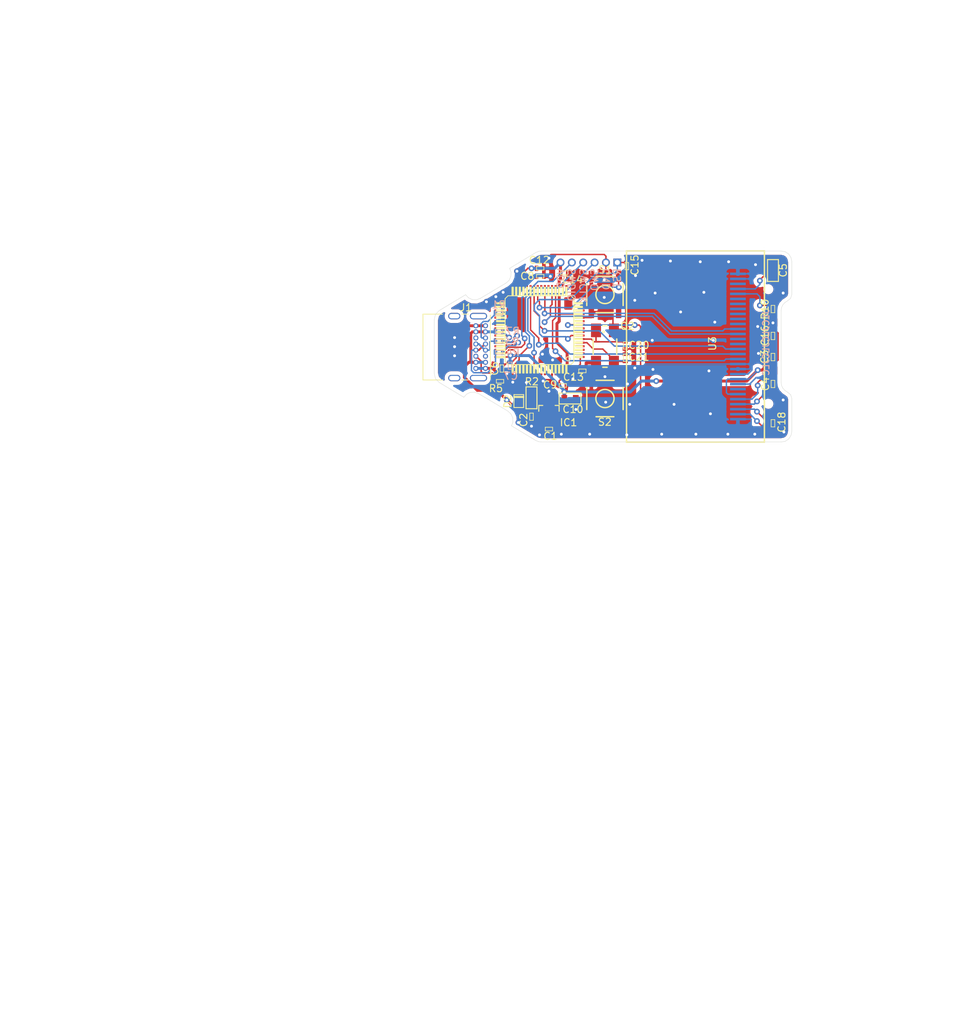
<source format=kicad_pcb>
(kicad_pcb (version 20171130) (host pcbnew "(5.1.6)-1")
  (layers (0 Top signal) (31 Bottom signal) (34 B.Paste user) (35 F.Paste user) (36 B.SilkS user) (37 F.SilkS user) (38 B.Mask user) (39 F.Mask user) (44 Edge.Cuts user))
  (net 0 "")
  (net 1 GND)
  (net 2 VCC)
  (net 3 +3V3)
  (net 4 +5V)
  (net 5 "Net-(C5-Pad2)")
  (net 6 "Net-(R10-PadP$2)")
  (net 7 "Net-(U3-Pad25)")
  (net 8 "Net-(U3-Pad24)")
  (net 9 "Net-(U3-Pad23)")
  (net 10 "Net-(U3-Pad22)")
  (net 11 "Net-(U3-Pad21)")
  (net 12 "Net-(U3-Pad20)")
  (net 13 "Net-(U1-Pad23)")
  (net 14 "Net-(U1-Pad21)")
  (net 15 "Net-(U3-Pad17)")
  (net 16 "Net-(U3-Pad16)")
  (net 17 "Net-(U1-Pad26)")
  (net 18 "Net-(U1-Pad27)")
  (net 19 "Net-(U1-Pad20)")
  (net 20 "Net-(U3-Pad7)")
  (net 21 "Net-(C4-PadP$2)")
  (net 22 "Net-(C4-PadP$1)")
  (net 23 "Net-(C18-PadP$2)")
  (net 24 "Net-(C18-PadP$1)")
  (net 25 "Net-(C21-PadP$2)")
  (net 26 "Net-(C20-PadP$2)")
  (net 27 "Net-(U1-Pad59)")
  (net 28 "Net-(U1-Pad58)")
  (net 29 "Net-(U1-Pad57)")
  (net 30 "Net-(U1-Pad56)")
  (net 31 "Net-(K2-Pad3)")
  (net 32 "Net-(U1-Pad54)")
  (net 33 "Net-(U1-Pad50)")
  (net 34 "Net-(K2-Pad4)")
  (net 35 "Net-(C6-PadP$2)")
  (net 36 "Net-(K2-Pad5)")
  (net 37 "Net-(R4-PadP$1)")
  (net 38 "Net-(R3-PadP$1)")
  (net 39 "Net-(U1-Pad43)")
  (net 40 "Net-(R7-PadP$1)")
  (net 41 "Net-(U1-Pad41)")
  (net 42 "Net-(U1-Pad38)")
  (net 43 "Net-(U1-Pad37)")
  (net 44 "Net-(C8-PadP$2)")
  (net 45 "Net-(U1-Pad28)")
  (net 46 "Net-(U1-Pad24)")
  (net 47 "Net-(U1-Pad22)")
  (net 48 "Net-(U1-Pad17)")
  (net 49 "Net-(U1-Pad16)")
  (net 50 "Net-(U1-Pad15)")
  (net 51 "Net-(U1-Pad14)")
  (net 52 "Net-(U1-Pad11)")
  (net 53 "Net-(U1-Pad9)")
  (net 54 "Net-(U1-Pad8)")
  (net 55 "Net-(C15-PadP$2)")
  (net 56 "Net-(D2-PadK)")
  (net 57 USB_SHIELD)
  (net 58 USB_5V)
  (net 59 USB_DP)
  (net 60 USB_DM)
  (net 61 "Net-(J1-PadB5)")
  (net 62 "Net-(J1-PadB8)")
  (net 63 "Net-(J1-PadA8)")
  (net 64 "Net-(J1-PadA5)")
  (net 65 "Net-(S1-Pad1)")
  (net 66 "Net-(S2-Pad1)")
  (module trezor_v1.1:UG-2864HSWEG01_0.96IN_WRAPAROUND (layer Top) (at 164.7444 105.0036 90)
    (fp_text reference U3 (at -0.6948 -1.7708 90) (layer F.SilkS) (effects (justify left bottom)))
    (fp_text value DISPLAY)
    (pad "" np_thru_hole circle (at 8 5.45 90) (size 0.4 0.4) (drill 0.4) (layers *.Cu *.Mask))
    (pad "" np_thru_hole circle (at -8 5.45 90) (size 0.4 0.4) (drill 0.4) (layers *.Cu *.Mask))
    (pad 30 smd rect (at 10.15 1.2 180) (size 2.2 0.35) (layers Bottom B.Paste B.Mask) (net 1 GND))
    (pad 29 smd rect (at 9.45 1.2 180) (size 2.2 0.35) (layers Bottom B.Paste B.Mask) (net 1 GND))
    (pad 28 smd rect (at 8.75 1.2 180) (size 2.2 0.35) (layers Bottom B.Paste B.Mask) (net 2 VCC))
    (pad 27 smd rect (at 8.05 1.2 180) (size 2.2 0.35) (layers Bottom B.Paste B.Mask) (net 5 "Net-(C5-Pad2)"))
    (pad 26 smd rect (at 7.35 1.2 180) (size 2.2 0.35) (layers Bottom B.Paste B.Mask) (net 6 "Net-(R10-PadP$2)"))
    (pad 25 smd rect (at 6.65 1.2 180) (size 2.2 0.35) (layers Bottom B.Paste B.Mask) (net 7 "Net-(U3-Pad25)"))
    (pad 24 smd rect (at 5.95 1.2 180) (size 2.2 0.35) (layers Bottom B.Paste B.Mask) (net 8 "Net-(U3-Pad24)"))
    (pad 23 smd rect (at 5.25 1.2 180) (size 2.2 0.35) (layers Bottom B.Paste B.Mask) (net 9 "Net-(U3-Pad23)"))
    (pad 22 smd rect (at 4.55 1.2 180) (size 2.2 0.35) (layers Bottom B.Paste B.Mask) (net 10 "Net-(U3-Pad22)"))
    (pad 21 smd rect (at 3.85 1.2 180) (size 2.2 0.35) (layers Bottom B.Paste B.Mask) (net 11 "Net-(U3-Pad21)"))
    (pad 20 smd rect (at 3.15 1.2 180) (size 2.2 0.35) (layers Bottom B.Paste B.Mask) (net 12 "Net-(U3-Pad20)"))
    (pad 19 smd rect (at 2.45 1.2 180) (size 2.2 0.35) (layers Bottom B.Paste B.Mask) (net 13 "Net-(U1-Pad23)"))
    (pad 18 smd rect (at 1.75 1.2 180) (size 2.2 0.35) (layers Bottom B.Paste B.Mask) (net 14 "Net-(U1-Pad21)"))
    (pad 17 smd rect (at 1.05 1.2 180) (size 2.2 0.35) (layers Bottom B.Paste B.Mask) (net 15 "Net-(U3-Pad17)"))
    (pad 16 smd rect (at 0.35 1.2 180) (size 2.2 0.35) (layers Bottom B.Paste B.Mask) (net 16 "Net-(U3-Pad16)"))
    (pad 15 smd rect (at -0.35 1.2 180) (size 2.2 0.35) (layers Bottom B.Paste B.Mask) (net 17 "Net-(U1-Pad26)"))
    (pad 14 smd rect (at -1.05 1.2 180) (size 2.2 0.35) (layers Bottom B.Paste B.Mask) (net 18 "Net-(U1-Pad27)"))
    (pad 13 smd rect (at -1.75 1.2 180) (size 2.2 0.35) (layers Bottom B.Paste B.Mask) (net 19 "Net-(U1-Pad20)"))
    (pad 12 smd rect (at -2.45 1.2 180) (size 2.2 0.35) (layers Bottom B.Paste B.Mask) (net 1 GND))
    (pad 11 smd rect (at -3.15 1.2 180) (size 2.2 0.35) (layers Bottom B.Paste B.Mask) (net 1 GND))
    (pad 10 smd rect (at -3.85 1.2 180) (size 2.2 0.35) (layers Bottom B.Paste B.Mask) (net 1 GND))
    (pad 9 smd rect (at -4.55 1.2 180) (size 2.2 0.35) (layers Bottom B.Paste B.Mask) (net 3 +3V3))
    (pad 8 smd rect (at -5.25 1.2 180) (size 2.2 0.35) (layers Bottom B.Paste B.Mask) (net 1 GND))
    (pad 7 smd rect (at -5.95 1.2 180) (size 2.2 0.35) (layers Bottom B.Paste B.Mask) (net 20 "Net-(U3-Pad7)"))
    (pad 6 smd rect (at -6.65 1.2 180) (size 2.2 0.35) (layers Bottom B.Paste B.Mask) (net 3 +3V3))
    (pad 5 smd rect (at -7.35 1.2 180) (size 2.2 0.35) (layers Bottom B.Paste B.Mask) (net 21 "Net-(C4-PadP$2)"))
    (pad 4 smd rect (at -8.05 1.2 180) (size 2.2 0.35) (layers Bottom B.Paste B.Mask) (net 22 "Net-(C4-PadP$1)"))
    (pad 3 smd rect (at -8.75 1.2 180) (size 2.2 0.35) (layers Bottom B.Paste B.Mask) (net 23 "Net-(C18-PadP$2)"))
    (pad 2 smd rect (at -9.45 1.2 180) (size 2.2 0.35) (layers Bottom B.Paste B.Mask) (net 24 "Net-(C18-PadP$1)"))
    (pad 1 smd rect (at -10.15 1.2 180) (size 2.2 0.35) (layers Bottom B.Paste B.Mask) (net 1 GND))
  )
  (module Connector_USB:USB_C_Receptacle_GCT_USB4085 (layer Top) (at 130.683 102.108 270)
    (fp_text reference J1 (at -2.54 2.7305 180) (layer F.SilkS))
    (fp_text value USB_C_Receptacle_USB2.0)
    (pad S1 thru_hole oval (at 7.3 4.36 270) (size 0.9 1.7) (drill oval 0.6 1.4) (layers *.Cu *.Mask) (net 57 USB_SHIELD))
    (pad S1 thru_hole oval (at -1.35 4.36 270) (size 0.9 1.7) (drill oval 0.6 1.4) (layers *.Cu *.Mask) (net 57 USB_SHIELD))
    (pad S1 thru_hole oval (at 7.3 0.98 270) (size 0.9 2.4) (drill oval 0.6 2.1) (layers *.Cu *.Mask) (net 57 USB_SHIELD))
    (pad S1 thru_hole oval (at -1.35 0.98 270) (size 0.9 2.4) (drill oval 0.6 2.1) (layers *.Cu *.Mask) (net 57 USB_SHIELD))
    (pad B6 thru_hole circle (at 3.4 1.35 270) (size 0.7 0.7) (drill 0.4) (layers *.Cu *.Mask) (net 59 USB_DP))
    (pad B1 thru_hole circle (at 5.95 1.35 270) (size 0.7 0.7) (drill 0.4) (layers *.Cu *.Mask) (net 1 GND))
    (pad B4 thru_hole circle (at 5.1 1.35 270) (size 0.7 0.7) (drill 0.4) (layers *.Cu *.Mask) (net 58 USB_5V))
    (pad B5 thru_hole circle (at 4.25 1.35 270) (size 0.7 0.7) (drill 0.4) (layers *.Cu *.Mask) (net 61 "Net-(J1-PadB5)"))
    (pad B12 thru_hole circle (at 0 1.35 270) (size 0.7 0.7) (drill 0.4) (layers *.Cu *.Mask) (net 1 GND))
    (pad B8 thru_hole circle (at 1.7 1.35 270) (size 0.7 0.7) (drill 0.4) (layers *.Cu *.Mask) (net 62 "Net-(J1-PadB8)"))
    (pad B7 thru_hole circle (at 2.55 1.35 270) (size 0.7 0.7) (drill 0.4) (layers *.Cu *.Mask) (net 60 USB_DM))
    (pad B9 thru_hole circle (at 0.85 1.35 270) (size 0.7 0.7) (drill 0.4) (layers *.Cu *.Mask) (net 58 USB_5V))
    (pad A12 thru_hole circle (at 5.95 0 270) (size 0.7 0.7) (drill 0.4) (layers *.Cu *.Mask) (net 1 GND))
    (pad A9 thru_hole circle (at 5.1 0 270) (size 0.7 0.7) (drill 0.4) (layers *.Cu *.Mask) (net 58 USB_5V))
    (pad A8 thru_hole circle (at 4.25 0 270) (size 0.7 0.7) (drill 0.4) (layers *.Cu *.Mask) (net 63 "Net-(J1-PadA8)"))
    (pad A7 thru_hole circle (at 3.4 0 270) (size 0.7 0.7) (drill 0.4) (layers *.Cu *.Mask) (net 60 USB_DM))
    (pad A6 thru_hole circle (at 2.55 0 270) (size 0.7 0.7) (drill 0.4) (layers *.Cu *.Mask) (net 59 USB_DP))
    (pad A5 thru_hole circle (at 1.7 0 270) (size 0.7 0.7) (drill 0.4) (layers *.Cu *.Mask) (net 64 "Net-(J1-PadA5)"))
    (pad A4 thru_hole circle (at 0.85 0 270) (size 0.7 0.7) (drill 0.4) (layers *.Cu *.Mask) (net 58 USB_5V))
    (pad A1 thru_hole circle (at 0 0 270) (size 0.7 0.7) (drill 0.4) (layers *.Cu *.Mask) (net 1 GND))
  )
  (module trezor_v1.1:TQFP64 (layer Top) (at 138.2268 102.7176 180)
    (fp_text reference U1 (at 4.9403 3.9116 270) (layer F.SilkS) (effects (justify right bottom)))
    (fp_text value STM32F205RET6)
    (pad 64 smd rect (at -3.75 -5.7 180) (size 0.3 1.2) (layers Top F.Paste F.Mask) (net 3 +3V3))
    (pad 63 smd rect (at -3.25 -5.7 180) (size 0.3 1.2) (layers Top F.Paste F.Mask) (net 1 GND))
    (pad 62 smd rect (at -2.75 -5.7 180) (size 0.3 1.2) (layers Top F.Paste F.Mask))
    (pad 61 smd rect (at -2.25 -5.7 180) (size 0.3 1.2) (layers Top F.Paste F.Mask))
    (pad 60 smd rect (at -1.75 -5.7 180) (size 0.3 1.2) (layers Top F.Paste F.Mask) (net 1 GND))
    (pad 59 smd rect (at -1.25 -5.7 180) (size 0.3 1.2) (layers Top F.Paste F.Mask) (net 27 "Net-(U1-Pad59)"))
    (pad 58 smd rect (at -0.75 -5.7 180) (size 0.3 1.2) (layers Top F.Paste F.Mask) (net 28 "Net-(U1-Pad58)"))
    (pad 57 smd rect (at -0.25 -5.7 180) (size 0.3 1.2) (layers Top F.Paste F.Mask) (net 29 "Net-(U1-Pad57)"))
    (pad 56 smd rect (at 0.25 -5.7 180) (size 0.3 1.2) (layers Top F.Paste F.Mask) (net 30 "Net-(U1-Pad56)"))
    (pad 55 smd rect (at 0.75 -5.7 180) (size 0.3 1.2) (layers Top F.Paste F.Mask) (net 31 "Net-(K2-Pad3)"))
    (pad 54 smd rect (at 1.25 -5.7 180) (size 0.3 1.2) (layers Top F.Paste F.Mask) (net 32 "Net-(U1-Pad54)"))
    (pad 53 smd rect (at 1.75 -5.7 180) (size 0.3 1.2) (layers Top F.Paste F.Mask))
    (pad 52 smd rect (at 2.25 -5.7 180) (size 0.3 1.2) (layers Top F.Paste F.Mask))
    (pad 51 smd rect (at 2.75 -5.7 180) (size 0.3 1.2) (layers Top F.Paste F.Mask))
    (pad 50 smd rect (at 3.25 -5.7 180) (size 0.3 1.2) (layers Top F.Paste F.Mask) (net 33 "Net-(U1-Pad50)"))
    (pad 49 smd rect (at 3.75 -5.7 180) (size 0.3 1.2) (layers Top F.Paste F.Mask) (net 34 "Net-(K2-Pad4)"))
    (pad 48 smd rect (at 5.7 -3.75 180) (size 1.2 0.3) (layers Top F.Paste F.Mask) (net 3 +3V3))
    (pad 47 smd rect (at 5.7 -3.25 180) (size 1.2 0.3) (layers Top F.Paste F.Mask) (net 35 "Net-(C6-PadP$2)"))
    (pad 46 smd rect (at 5.7 -2.75 180) (size 1.2 0.3) (layers Top F.Paste F.Mask) (net 36 "Net-(K2-Pad5)"))
    (pad 45 smd rect (at 5.7 -2.25 180) (size 1.2 0.3) (layers Top F.Paste F.Mask) (net 37 "Net-(R4-PadP$1)"))
    (pad 44 smd rect (at 5.7 -1.75 180) (size 1.2 0.3) (layers Top F.Paste F.Mask) (net 38 "Net-(R3-PadP$1)"))
    (pad 43 smd rect (at 5.7 -1.25 180) (size 1.2 0.3) (layers Top F.Paste F.Mask) (net 39 "Net-(U1-Pad43)"))
    (pad 42 smd rect (at 5.7 -0.75 180) (size 1.2 0.3) (layers Top F.Paste F.Mask) (net 40 "Net-(R7-PadP$1)"))
    (pad 41 smd rect (at 5.7 -0.25 180) (size 1.2 0.3) (layers Top F.Paste F.Mask) (net 41 "Net-(U1-Pad41)"))
    (pad 40 smd rect (at 5.7 0.25 180) (size 1.2 0.3) (layers Top F.Paste F.Mask))
    (pad 39 smd rect (at 5.7 0.75 180) (size 1.2 0.3) (layers Top F.Paste F.Mask))
    (pad 38 smd rect (at 5.7 1.25 180) (size 1.2 0.3) (layers Top F.Paste F.Mask) (net 42 "Net-(U1-Pad38)"))
    (pad 37 smd rect (at 5.7 1.75 180) (size 1.2 0.3) (layers Top F.Paste F.Mask) (net 43 "Net-(U1-Pad37)"))
    (pad 36 smd rect (at 5.7 2.25 180) (size 1.2 0.3) (layers Top F.Paste F.Mask))
    (pad 35 smd rect (at 5.7 2.75 180) (size 1.2 0.3) (layers Top F.Paste F.Mask))
    (pad 34 smd rect (at 5.7 3.25 180) (size 1.2 0.3) (layers Top F.Paste F.Mask))
    (pad 33 smd rect (at 5.7 3.75 180) (size 1.2 0.3) (layers Top F.Paste F.Mask))
    (pad 32 smd rect (at 3.75 5.7 180) (size 0.3 1.2) (layers Top F.Paste F.Mask) (net 3 +3V3))
    (pad 31 smd rect (at 3.25 5.7 180) (size 0.3 1.2) (layers Top F.Paste F.Mask) (net 44 "Net-(C8-PadP$2)"))
    (pad 30 smd rect (at 2.75 5.7 180) (size 0.3 1.2) (layers Top F.Paste F.Mask))
    (pad 29 smd rect (at 2.25 5.7 180) (size 0.3 1.2) (layers Top F.Paste F.Mask))
    (pad 28 smd rect (at 1.75 5.7 180) (size 0.3 1.2) (layers Top F.Paste F.Mask) (net 45 "Net-(U1-Pad28)"))
    (pad 27 smd rect (at 1.25 5.7 180) (size 0.3 1.2) (layers Top F.Paste F.Mask) (net 18 "Net-(U1-Pad27)"))
    (pad 26 smd rect (at 0.75 5.7 180) (size 0.3 1.2) (layers Top F.Paste F.Mask) (net 17 "Net-(U1-Pad26)"))
    (pad 25 smd rect (at 0.25 5.7 180) (size 0.3 1.2) (layers Top F.Paste F.Mask) (net 65 "Net-(S1-Pad1)"))
    (pad 24 smd rect (at -0.25 5.7 180) (size 0.3 1.2) (layers Top F.Paste F.Mask) (net 46 "Net-(U1-Pad24)"))
    (pad 23 smd rect (at -0.75 5.7 180) (size 0.3 1.2) (layers Top F.Paste F.Mask) (net 13 "Net-(U1-Pad23)"))
    (pad 22 smd rect (at -1.25 5.7 180) (size 0.3 1.2) (layers Top F.Paste F.Mask) (net 47 "Net-(U1-Pad22)"))
    (pad 21 smd rect (at -1.75 5.7 180) (size 0.3 1.2) (layers Top F.Paste F.Mask) (net 14 "Net-(U1-Pad21)"))
    (pad 20 smd rect (at -2.25 5.7 180) (size 0.3 1.2) (layers Top F.Paste F.Mask) (net 19 "Net-(U1-Pad20)"))
    (pad 19 smd rect (at -2.75 5.7 180) (size 0.3 1.2) (layers Top F.Paste F.Mask) (net 3 +3V3))
    (pad 18 smd rect (at -3.25 5.7 180) (size 0.3 1.2) (layers Top F.Paste F.Mask) (net 1 GND))
    (pad 17 smd rect (at -3.75 5.7 180) (size 0.3 1.2) (layers Top F.Paste F.Mask) (net 48 "Net-(U1-Pad17)"))
    (pad 16 smd rect (at -5.7 3.75 180) (size 1.2 0.3) (layers Top F.Paste F.Mask) (net 49 "Net-(U1-Pad16)"))
    (pad 15 smd rect (at -5.7 3.25 180) (size 1.2 0.3) (layers Top F.Paste F.Mask) (net 50 "Net-(U1-Pad15)"))
    (pad 14 smd rect (at -5.7 2.75 180) (size 1.2 0.3) (layers Top F.Paste F.Mask) (net 51 "Net-(U1-Pad14)"))
    (pad 13 smd rect (at -5.7 2.25 180) (size 1.2 0.3) (layers Top F.Paste F.Mask) (net 3 +3V3))
    (pad 12 smd rect (at -5.7 1.75 180) (size 1.2 0.3) (layers Top F.Paste F.Mask) (net 1 GND))
    (pad 11 smd rect (at -5.7 1.25 180) (size 1.2 0.3) (layers Top F.Paste F.Mask) (net 52 "Net-(U1-Pad11)"))
    (pad 10 smd rect (at -5.7 0.75 180) (size 1.2 0.3) (layers Top F.Paste F.Mask) (net 66 "Net-(S2-Pad1)"))
    (pad 9 smd rect (at -5.7 0.25 180) (size 1.2 0.3) (layers Top F.Paste F.Mask) (net 53 "Net-(U1-Pad9)"))
    (pad 8 smd rect (at -5.7 -0.25 180) (size 1.2 0.3) (layers Top F.Paste F.Mask) (net 54 "Net-(U1-Pad8)"))
    (pad 7 smd rect (at -5.7 -0.75 180) (size 1.2 0.3) (layers Top F.Paste F.Mask) (net 55 "Net-(C15-PadP$2)"))
    (pad 6 smd rect (at -5.7 -1.25 180) (size 1.2 0.3) (layers Top F.Paste F.Mask) (net 26 "Net-(C20-PadP$2)"))
    (pad 5 smd rect (at -5.7 -1.75 180) (size 1.2 0.3) (layers Top F.Paste F.Mask) (net 25 "Net-(C21-PadP$2)"))
    (pad 4 smd rect (at -5.7 -2.25 180) (size 1.2 0.3) (layers Top F.Paste F.Mask))
    (pad 3 smd rect (at -5.7 -2.75 180) (size 1.2 0.3) (layers Top F.Paste F.Mask))
    (pad 2 smd rect (at -5.7 -3.25 180) (size 1.2 0.3) (layers Top F.Paste F.Mask))
    (pad 1 smd rect (at -5.7 -3.75 180) (size 1.2 0.3) (layers Top F.Paste F.Mask) (net 3 +3V3))
  )
  (module trezor_v1.1:0603 (layer Top) (at 170.8404 94.3864 270)
    (fp_text reference C5 (at 1.0541 -2.0066 270) (layer F.SilkS) (effects (justify left bottom)))
    (fp_text value 2u2)
    (pad 2 smd rect (at 0.8 0 270) (size 0.8 1) (layers Top F.Paste F.Mask) (net 5 "Net-(C5-Pad2)"))
    (pad 1 smd rect (at -0.8 0 270) (size 0.8 1) (layers Top F.Paste F.Mask) (net 1 GND))
  )
  (module trezor_v1.1:0402 (layer Top) (at 170.8404 99.7712 90)
    (fp_text reference R10 (at -1.5748 -0.5334 90) (layer F.SilkS) (effects (justify left bottom)))
    (fp_text value 390k)
    (pad P$2 smd rect (at 0.508 0 90) (size 0.5 0.75) (layers Top F.Paste F.Mask) (net 6 "Net-(R10-PadP$2)"))
    (pad P$1 smd rect (at -0.508 0 90) (size 0.5 0.75) (layers Top F.Paste F.Mask) (net 1 GND))
  )
  (module trezor_v1.1:0603 (layer Top) (at 142.494 112.268 180)
    (fp_text reference C10 (at 1.143 -2.0955) (layer F.SilkS) (effects (justify left bottom)))
    (fp_text value 4u7)
    (pad 2 smd rect (at 0.8 0 180) (size 0.8 1) (layers Top F.Paste F.Mask) (net 3 +3V3))
    (pad 1 smd rect (at -0.8 0 180) (size 0.8 1) (layers Top F.Paste F.Mask) (net 1 GND))
  )
  (module trezor_v1.1:0402 (layer Top) (at 137.1092 114.808 270)
    (fp_text reference C2 (at 1.524 0.5207 90) (layer F.SilkS) (effects (justify left bottom)))
    (fp_text value 1u)
    (pad P$2 smd rect (at 0.508 0 270) (size 0.5 0.75) (layers Top F.Paste F.Mask) (net 1 GND))
    (pad P$1 smd rect (at -0.508 0 270) (size 0.5 0.75) (layers Top F.Paste F.Mask) (net 4 +5V))
  )
  (module trezor_v1.1:0402 (layer Top) (at 139.5476 116.5352 180)
    (fp_text reference C1 (at 0.8636 -1.5748) (layer F.SilkS) (effects (justify left bottom)))
    (fp_text value 1u)
    (pad P$2 smd rect (at 0.508 0 180) (size 0.5 0.75) (layers Top F.Paste F.Mask) (net 1 GND))
    (pad P$1 smd rect (at -0.508 0 180) (size 0.5 0.75) (layers Top F.Paste F.Mask) (net 3 +3V3))
  )
  (module trezor_v1.1:0402 (layer Top) (at 170.8404 115.7224 90)
    (fp_text reference C18 (at -1.397 1.8034 90) (layer F.SilkS) (effects (justify left bottom)))
    (fp_text value 1u)
    (pad P$2 smd rect (at 0.508 0 90) (size 0.5 0.75) (layers Top F.Paste F.Mask) (net 23 "Net-(C18-PadP$2)"))
    (pad P$1 smd rect (at -0.508 0 90) (size 0.5 0.75) (layers Top F.Paste F.Mask) (net 24 "Net-(C18-PadP$1)"))
  )
  (module trezor_v1.1:0402 (layer Top) (at 170.8404 110.236 90)
    (fp_text reference C4 (at -1.0795 -0.4699 90) (layer F.SilkS) (effects (justify left bottom)))
    (fp_text value 1u)
    (pad P$2 smd rect (at 0.508 0 90) (size 0.5 0.75) (layers Top F.Paste F.Mask) (net 21 "Net-(C4-PadP$2)"))
    (pad P$1 smd rect (at -0.508 0 90) (size 0.5 0.75) (layers Top F.Paste F.Mask) (net 22 "Net-(C4-PadP$1)"))
  )
  (module trezor_v1.1:0402 (layer Top) (at 170.8404 106.4768 270)
    (fp_text reference C3 (at 1.0287 0.5969 90) (layer F.SilkS) (effects (justify left bottom)))
    (fp_text value 1u)
    (pad P$2 smd rect (at 0.508 0 270) (size 0.5 0.75) (layers Top F.Paste F.Mask) (net 1 GND))
    (pad P$1 smd rect (at -0.508 0 270) (size 0.5 0.75) (layers Top F.Paste F.Mask) (net 3 +3V3))
  )
  (module trezor_v1.1:0402 (layer Top) (at 170.8404 103.5304 90)
    (fp_text reference C16 (at -1.4986 -0.5334 90) (layer F.SilkS) (effects (justify left bottom)))
    (fp_text value 100n)
    (pad P$2 smd rect (at 0.508 0 90) (size 0.5 0.75) (layers Top F.Paste F.Mask) (net 1 GND))
    (pad P$1 smd rect (at -0.508 0 90) (size 0.5 0.75) (layers Top F.Paste F.Mask) (net 3 +3V3))
  )
  (module trezor_v1.1:0402 (layer Top) (at 150.4188 93.7768 90)
    (fp_text reference C15 (at -1.397 1.7018 90) (layer F.SilkS) (effects (justify left bottom)))
    (fp_text value 100n)
    (pad P$2 smd rect (at 0.508 0 90) (size 0.5 0.75) (layers Top F.Paste F.Mask) (net 55 "Net-(C15-PadP$2)"))
    (pad P$1 smd rect (at -0.508 0 90) (size 0.5 0.75) (layers Top F.Paste F.Mask) (net 1 GND))
  )
  (module trezor_v1.1:0402 (layer Top) (at 141.6812 94.6912 180)
    (fp_text reference C14 (at 0.3937 -1.5748) (layer F.SilkS) (effects (justify left bottom)))
    (fp_text value 100n)
    (pad P$2 smd rect (at 0.508 0 180) (size 0.5 0.75) (layers Top F.Paste F.Mask) (net 3 +3V3))
    (pad P$1 smd rect (at -0.508 0 180) (size 0.5 0.75) (layers Top F.Paste F.Mask) (net 1 GND))
  )
  (module trezor_v1.1:0402 (layer Top) (at 138.3284 94.0816 180)
    (fp_text reference C12 (at 1.6764 0.5461) (layer F.SilkS) (effects (justify left bottom)))
    (fp_text value 100n)
    (pad P$2 smd rect (at 0.508 0 180) (size 0.5 0.75) (layers Top F.Paste F.Mask) (net 3 +3V3))
    (pad P$1 smd rect (at -0.508 0 180) (size 0.5 0.75) (layers Top F.Paste F.Mask) (net 1 GND))
  )
  (module trezor_v1.1:0402 (layer Top) (at 141.478 110.4392)
    (fp_text reference C9 (at -2.8575 0.4953) (layer F.SilkS) (effects (justify left bottom)))
    (fp_text value 100n)
    (pad P$2 smd rect (at 0.508 0) (size 0.5 0.75) (layers Top F.Paste F.Mask) (net 3 +3V3))
    (pad P$1 smd rect (at -0.508 0) (size 0.5 0.75) (layers Top F.Paste F.Mask) (net 1 GND))
  )
  (module trezor_v1.1:0402 (layer Bottom) (at 134.112 107.696 90)
    (fp_text reference C7 (at -2.032 -0.9525 180) (layer B.SilkS) (effects (justify right bottom mirror)))
    (fp_text value 100n)
    (pad P$2 smd rect (at 0.508 0 90) (size 0.5 0.75) (layers Bottom B.Paste B.Mask) (net 3 +3V3))
    (pad P$1 smd rect (at -0.508 0 90) (size 0.5 0.75) (layers Bottom B.Paste B.Mask) (net 1 GND))
  )
  (module trezor_v1.1:0402 (layer Top) (at 132.969 108.077 90)
    (fp_text reference C6 (at -1.0795 -0.4318 90) (layer F.SilkS) (effects (justify left bottom)))
    (fp_text value 2u2)
    (pad P$2 smd rect (at 0.508 0 90) (size 0.5 0.75) (layers Top F.Paste F.Mask) (net 35 "Net-(C6-PadP$2)"))
    (pad P$1 smd rect (at -0.508 0 90) (size 0.5 0.75) (layers Top F.Paste F.Mask) (net 1 GND))
  )
  (module trezor_v1.1:0402 (layer Top) (at 138.3284 95.1992 180)
    (fp_text reference C8 (at 2.8829 -0.5588 180) (layer F.SilkS) (effects (justify left bottom)))
    (fp_text value 2u2)
    (pad P$2 smd rect (at 0.508 0 180) (size 0.5 0.75) (layers Top F.Paste F.Mask) (net 44 "Net-(C8-PadP$2)"))
    (pad P$1 smd rect (at -0.508 0 180) (size 0.5 0.75) (layers Top F.Paste F.Mask) (net 1 GND))
  )
  (module trezor_v1.1:0402 (layer Bottom) (at 132.588 102.87 180)
    (fp_text reference R7 (at -0.8255 -0.5715 180) (layer B.SilkS) (effects (justify right bottom mirror)))
    (fp_text value 12k)
    (pad P$2 smd rect (at 0.508 0 180) (size 0.5 0.75) (layers Bottom B.Paste B.Mask) (net 58 USB_5V))
    (pad P$1 smd rect (at -0.508 0 180) (size 0.5 0.75) (layers Bottom B.Paste B.Mask) (net 40 "Net-(R7-PadP$1)"))
  )
  (module trezor_v1.1:0402 (layer Bottom) (at 132.588 105.791 180)
    (fp_text reference R4 (at -0.8255 -0.635) (layer B.SilkS) (effects (justify right bottom mirror)))
    (fp_text value 22R)
    (pad P$2 smd rect (at 0.508 0 180) (size 0.5 0.75) (layers Bottom B.Paste B.Mask) (net 59 USB_DP))
    (pad P$1 smd rect (at -0.508 0 180) (size 0.5 0.75) (layers Bottom B.Paste B.Mask) (net 37 "Net-(R4-PadP$1)"))
  )
  (module trezor_v1.1:0402 (layer Bottom) (at 132.588 104.267 180)
    (fp_text reference R3 (at -2.921 -0.635 180) (layer B.SilkS) (effects (justify left bottom mirror)))
    (fp_text value 22R)
    (pad P$2 smd rect (at 0.508 0 180) (size 0.5 0.75) (layers Bottom B.Paste B.Mask) (net 60 USB_DM))
    (pad P$1 smd rect (at -0.508 0 180) (size 0.5 0.75) (layers Bottom B.Paste B.Mask) (net 38 "Net-(R3-PadP$1)"))
  )
  (module trezor_v1.1:SOD323 (layer Top) (at 135.3312 112.6236 90)
    (fp_text reference D2 (at -1.1049 -0.9652 90) (layer F.SilkS) (effects (justify left bottom)))
    (fp_text value BAT60BWS)
    (pad A smd rect (at -1.15 0 90) (size 0.5 0.6) (layers Top F.Paste F.Mask) (net 58 USB_5V))
    (pad K smd rect (at 1.15 0 90) (size 0.5 0.6) (layers Top F.Paste F.Mask) (net 56 "Net-(D2-PadK)"))
  )
  (module trezor_v1.1:0603 (layer Top) (at 137.1092 112.1664 270)
    (fp_text reference R2 (at -1.6764 1.0287 180) (layer F.SilkS) (effects (justify left bottom)))
    (fp_text value "MF-FSMF020X-2 ")
    (pad 2 smd rect (at 0.8 0 270) (size 0.8 1) (layers Top F.Paste F.Mask) (net 4 +5V))
    (pad 1 smd rect (at -0.8 0 270) (size 0.8 1) (layers Top F.Paste F.Mask) (net 56 "Net-(D2-PadK)"))
  )
  (module trezor_v1.1:SWD (layer Top) (at 149.098 93.2688 180)
    (fp_text reference K2 hide)
    (fp_text value SWD hide)
    (pad 6 thru_hole circle (at 7.9375 0 180) (size 1.1064 1.1064) (drill 0.7) (layers *.Cu *.Mask) (net 3 +3V3))
    (pad 5 thru_hole circle (at 6.35 0 180) (size 1.1064 1.1064) (drill 0.7) (layers *.Cu *.Mask) (net 36 "Net-(K2-Pad5)"))
    (pad 4 thru_hole circle (at 4.7625 0 180) (size 1.1064 1.1064) (drill 0.7) (layers *.Cu *.Mask) (net 34 "Net-(K2-Pad4)"))
    (pad 3 thru_hole circle (at 3.175 0 180) (size 1.1064 1.1064) (drill 0.7) (layers *.Cu *.Mask) (net 31 "Net-(K2-Pad3)"))
    (pad 2 thru_hole circle (at 1.5875 0 180) (size 1.1064 1.1064) (drill 0.7) (layers *.Cu *.Mask) (net 1 GND))
    (pad 1 thru_hole rect (at 0 0 180) (size 1.1064 1.1064) (drill 0.7) (layers *.Cu *.Mask) (net 55 "Net-(C15-PadP$2)"))
  )
  (module trezor_v1.1:SOT23 (layer Top) (at 139.5476 113.8936)
    (fp_text reference IC1 (at 1.4224 2.3114) (layer F.SilkS) (effects (justify left bottom)))
    (fp_text value MCP1703T-3302E/CB)
    (pad 1 smd rect (at -0.95 1.1) (size 1 1.4) (layers Top F.Paste F.Mask) (net 1 GND))
    (pad 2 smd rect (at 0.95 1.1) (size 1 1.4) (layers Top F.Paste F.Mask) (net 3 +3V3))
    (pad 3 smd rect (at 0 -1.1) (size 1 1.4) (layers Top F.Paste F.Mask) (net 4 +5V))
  )
  (module trezor_v1.1:CTS406 (layer Top) (at 147.3708 105.0036 270)
    (fp_text reference Q2 (at -2.2606 -2.0447 180) (layer F.SilkS) (effects (justify left bottom)))
    (fp_text value 8MHz)
    (pad 4 smd rect (at -2.25 -1.25 270) (size 1.9 1.4) (layers Top F.Paste F.Mask) (net 1 GND))
    (pad 3 smd rect (at 2.25 -1.25 270) (size 1.9 1.4) (layers Top F.Paste F.Mask) (net 25 "Net-(C21-PadP$2)"))
    (pad 2 smd rect (at 2.25 1.25 270) (size 1.9 1.4) (layers Top F.Paste F.Mask) (net 1 GND))
    (pad 1 smd rect (at -2.25 1.25 270) (size 1.9 1.4) (layers Top F.Paste F.Mask) (net 26 "Net-(C20-PadP$2)"))
  )
  (module trezor_v1.1:TACTILE_SWITCH_SMD (layer Top) (at 147.3708 112.268 270)
    (fp_text reference S2 (at 3.8735 1.0668) (layer F.SilkS) (effects (justify left bottom)))
    (fp_text value SWITCH-MOMENTARY-2SMD hide)
    (pad 4 smd rect (at 2.54 1.905) (size 0.762 1.524) (layers Top F.Paste F.Mask) (net 1 GND))
    (pad 3 smd rect (at -2.54 1.905) (size 0.762 1.524) (layers Top F.Paste F.Mask) (net 1 GND))
    (pad 2 smd rect (at 2.54 -1.905) (size 0.762 1.524) (layers Top F.Paste F.Mask) (net 66 "Net-(S2-Pad1)"))
    (pad 1 smd rect (at -2.54 -1.905) (size 0.762 1.524) (layers Top F.Paste F.Mask) (net 66 "Net-(S2-Pad1)"))
  )
  (module trezor_v1.1:TACTILE_SWITCH_SMD (layer Top) (at 147.3708 97.7392 270)
    (fp_text reference S1 (at -2.8702 1.0033) (layer F.SilkS) (effects (justify left bottom)))
    (fp_text value SWITCH-MOMENTARY-2SMD hide)
    (pad 4 smd rect (at 2.54 1.905) (size 0.762 1.524) (layers Top F.Paste F.Mask) (net 1 GND))
    (pad 3 smd rect (at -2.54 1.905) (size 0.762 1.524) (layers Top F.Paste F.Mask) (net 1 GND))
    (pad 2 smd rect (at 2.54 -1.905) (size 0.762 1.524) (layers Top F.Paste F.Mask) (net 65 "Net-(S1-Pad1)"))
    (pad 1 smd rect (at -2.54 -1.905) (size 0.762 1.524) (layers Top F.Paste F.Mask) (net 65 "Net-(S1-Pad1)"))
  )
  (module trezor_v1.1:0402 (layer Bottom) (at 132.588 100.33)
    (fp_text reference R1 (at -1.143 -0.5715) (layer B.SilkS) (effects (justify right bottom mirror)))
    (fp_text value 5.1k)
    (pad P$2 smd rect (at 0.508 0) (size 0.5 0.75) (layers Bottom B.Paste B.Mask) (net 1 GND))
    (pad P$1 smd rect (at -0.508 0) (size 0.5 0.75) (layers Bottom B.Paste B.Mask) (net 64 "Net-(J1-PadA5)"))
  )
  (module trezor_v1.1:0402 (layer Top) (at 132.715 109.855)
    (fp_text reference R5 (at -1.651 1.5875) (layer F.SilkS) (effects (justify left bottom)))
    (fp_text value 5.1k)
    (pad P$2 smd rect (at 0.508 0) (size 0.5 0.75) (layers Top F.Paste F.Mask) (net 1 GND))
    (pad P$1 smd rect (at -0.508 0) (size 0.5 0.75) (layers Top F.Paste F.Mask) (net 61 "Net-(J1-PadB5)"))
  )
  (module trezor_v1.1:0402 (layer Top) (at 144.2212 108.4072 180)
    (fp_text reference C13 (at -0.3048 -1.4478 180) (layer F.SilkS) (effects (justify right bottom)))
    (fp_text value 100n)
    (pad P$2 smd rect (at 0.508 0 180) (size 0.5 0.75) (layers Top F.Paste F.Mask) (net 3 +3V3))
    (pad P$1 smd rect (at -0.508 0 180) (size 0.5 0.75) (layers Top F.Paste F.Mask) (net 1 GND))
  )
  (module trezor_v1.1:0402 (layer Top) (at 150.2156 106.5784 270)
    (fp_text reference C21 (at 0.4826 -0.3429 180) (layer F.SilkS) (effects (justify left bottom)))
    (fp_text value 22p)
    (pad P$2 smd rect (at 0.508 0 270) (size 0.5 0.75) (layers Top F.Paste F.Mask) (net 25 "Net-(C21-PadP$2)"))
    (pad P$1 smd rect (at -0.508 0 270) (size 0.5 0.75) (layers Top F.Paste F.Mask) (net 1 GND))
  )
  (module trezor_v1.1:0402 (layer Top) (at 150.2156 104.8512 90)
    (fp_text reference C20 (at -0.5588 3.4544) (layer F.SilkS) (effects (justify right bottom)))
    (fp_text value 22p)
    (pad P$2 smd rect (at 0.508 0 90) (size 0.5 0.75) (layers Top F.Paste F.Mask) (net 26 "Net-(C20-PadP$2)"))
    (pad P$1 smd rect (at -0.508 0 90) (size 0.5 0.75) (layers Top F.Paste F.Mask) (net 1 GND))
  )
  (gr_text JLCJLCJLCJLC (at 169.8625 104.4575 90) (layer B.SilkS) (effects (font (size 0.9 0.9)) (justify mirror)))
  (gr_text VDD (at 141.224 93.98 90) (layer B.SilkS) (effects (font (size 1 1)) (justify left mirror)))
  (gr_text SWDIO (at 142.748 93.98 90) (layer B.SilkS) (effects (font (size 1 1)) (justify left mirror)))
  (gr_text SWCLK (at 144.399 93.98 90) (layer B.SilkS) (effects (font (size 1 1)) (justify left mirror)))
  (gr_text SWO (at 145.923 93.98 90) (layer B.SilkS) (effects (font (size 1 1)) (justify left mirror)))
  (gr_text GND (at 147.574 93.98 90) (layer B.SilkS) (effects (font (size 1 1)) (justify left mirror)))
  (gr_text RST (at 149.098 93.98 90) (layer B.SilkS) (effects (font (size 1 1)) (justify left mirror)))
  (gr_line (start 127.9144 97.7646) (end 124.2314 99.9744) (layer Edge.Cuts) (width 0.05))
  (gr_line (start 137.7188 91.8718) (end 134.0612 94.0816) (layer Edge.Cuts) (width 0.05))
  (gr_line (start 171.9834 91.6686) (end 138.5062 91.6686) (layer Edge.Cuts) (width 0.05))
  (gr_line (start 173.482 97.7138) (end 173.482 93.1672) (layer Edge.Cuts) (width 0.05))
  (gr_line (start 173.482 116.84) (end 173.482 112.2934) (layer Edge.Cuts) (width 0.05))
  (gr_line (start 138.5062 118.3386) (end 171.9834 118.3386) (layer Edge.Cuts) (width 0.05))
  (gr_line (start 134.3152 116.078) (end 137.7188 118.1354) (layer Edge.Cuts) (width 0.05))
  (gr_line (start 129.7178 111.5822) (end 133.8072 114.0206) (layer Edge.Cuts) (width 0.05))
  (gr_line (start 124.2314 110.0328) (end 127.6604 112.0902) (layer Edge.Cuts) (width 0.05))
  (gr_line (start 123.5202 101.2698) (end 123.5202 108.7628) (layer Edge.Cuts) (width 0.05))
  (gr_line (start 171.9834 110.0074) (end 171.9834 99.9998) (layer Edge.Cuts) (width 0.05))
  (gr_line (start 133.5532 96.139) (end 129.9718 98.2726) (layer Edge.Cuts) (width 0.05))
  (gr_line (start 124.2314 99.9744) (end 123.698 100.5078) (layer Edge.Cuts) (width 0.05))
  (gr_line (start 123.698 100.5078) (end 123.5202 101.2698) (layer Edge.Cuts) (width 0.05))
  (gr_line (start 133.5532 96.139) (end 133.985 95.758) (layer Edge.Cuts) (width 0.05))
  (gr_line (start 133.985 95.758) (end 134.2136 95.2246) (layer Edge.Cuts) (width 0.05))
  (gr_line (start 134.2136 95.2246) (end 134.2644 94.6404) (layer Edge.Cuts) (width 0.05))
  (gr_line (start 134.2644 94.6404) (end 134.0612 94.0816) (layer Edge.Cuts) (width 0.05))
  (gr_line (start 138.5062 91.6686) (end 138.0998 91.7194) (layer Edge.Cuts) (width 0.05))
  (gr_line (start 138.0998 91.7194) (end 137.7188 91.8718) (layer Edge.Cuts) (width 0.05))
  (gr_line (start 173.482 93.1672) (end 173.355 92.583) (layer Edge.Cuts) (width 0.05))
  (gr_line (start 173.355 92.583) (end 173.0502 92.1004) (layer Edge.Cuts) (width 0.05))
  (gr_line (start 173.0502 92.1004) (end 172.5422 91.7702) (layer Edge.Cuts) (width 0.05))
  (gr_line (start 172.5422 91.7702) (end 171.9834 91.6686) (layer Edge.Cuts) (width 0.05))
  (gr_line (start 171.9834 110.0074) (end 172.0342 110.4392) (layer Edge.Cuts) (width 0.05))
  (gr_line (start 172.0342 110.4392) (end 172.212 110.8202) (layer Edge.Cuts) (width 0.05))
  (gr_line (start 172.212 110.8202) (end 172.5168 111.1504) (layer Edge.Cuts) (width 0.05))
  (gr_line (start 172.5168 111.1504) (end 172.8724 111.379) (layer Edge.Cuts) (width 0.05))
  (gr_line (start 171.9834 118.3386) (end 172.5676 118.237) (layer Edge.Cuts) (width 0.05))
  (gr_line (start 172.5676 118.237) (end 173.0502 117.9068) (layer Edge.Cuts) (width 0.05))
  (gr_line (start 173.0502 117.9068) (end 173.355 117.4242) (layer Edge.Cuts) (width 0.05))
  (gr_line (start 173.355 117.4242) (end 173.482 116.84) (layer Edge.Cuts) (width 0.05))
  (gr_line (start 137.7188 118.1354) (end 138.0998 118.2878) (layer Edge.Cuts) (width 0.05))
  (gr_line (start 138.0998 118.2878) (end 138.5062 118.3386) (layer Edge.Cuts) (width 0.05))
  (gr_line (start 134.3152 116.078) (end 134.5184 115.5446) (layer Edge.Cuts) (width 0.05))
  (gr_line (start 134.5184 115.5446) (end 134.493 114.9604) (layer Edge.Cuts) (width 0.05))
  (gr_line (start 134.493 114.9604) (end 134.239 114.427) (layer Edge.Cuts) (width 0.05))
  (gr_line (start 134.239 114.427) (end 133.8072 114.0206) (layer Edge.Cuts) (width 0.05))
  (gr_line (start 129.7178 111.5822) (end 129.159 111.379) (layer Edge.Cuts) (width 0.05))
  (gr_line (start 129.159 111.379) (end 128.5748 111.4044) (layer Edge.Cuts) (width 0.05))
  (gr_line (start 128.5748 111.4044) (end 128.0414 111.6584) (layer Edge.Cuts) (width 0.05))
  (gr_line (start 128.0414 111.6584) (end 127.6604 112.0902) (layer Edge.Cuts) (width 0.05))
  (gr_line (start 173.482 112.2934) (end 173.3042 111.7346) (layer Edge.Cuts) (width 0.05))
  (gr_line (start 173.3042 111.7346) (end 172.8724 111.379) (layer Edge.Cuts) (width 0.05))
  (gr_line (start 123.5202 108.7628) (end 123.698 109.4994) (layer Edge.Cuts) (width 0.05))
  (gr_line (start 123.698 109.4994) (end 124.2314 110.0328) (layer Edge.Cuts) (width 0.05))
  (gr_line (start 172.8724 98.6282) (end 173.3042 98.2726) (layer Edge.Cuts) (width 0.05))
  (gr_line (start 173.3042 98.2726) (end 173.482 97.7138) (layer Edge.Cuts) (width 0.05))
  (gr_line (start 172.8724 98.6282) (end 172.5168 98.8568) (layer Edge.Cuts) (width 0.05))
  (gr_line (start 172.5168 98.8568) (end 172.212 99.187) (layer Edge.Cuts) (width 0.05))
  (gr_line (start 172.212 99.187) (end 172.0342 99.568) (layer Edge.Cuts) (width 0.05))
  (gr_line (start 172.0342 99.568) (end 171.9834 99.9998) (layer Edge.Cuts) (width 0.05))
  (gr_line (start 127.9144 97.7646) (end 128.2954 98.1964) (layer Edge.Cuts) (width 0.05))
  (gr_line (start 128.2954 98.1964) (end 128.8288 98.4504) (layer Edge.Cuts) (width 0.05))
  (gr_line (start 128.8288 98.4504) (end 129.413 98.4758) (layer Edge.Cuts) (width 0.05))
  (gr_line (start 129.413 98.4758) (end 129.9718 98.2726) (layer Edge.Cuts) (width 0.05))
  (segment (start 148.4884 98.1456) (end 148.4884 102.7176) (width 0.2032) (layer Top) (net 1))
  (segment (start 147.2692 98.1456) (end 148.4884 98.1456) (width 0.2032) (layer Top) (net 1))
  (via (at 147.2692 98.1456) (size 0.8064) (drill 0.4) (layers Top Bottom) (net 1))
  (segment (start 144.7292 108.4072) (end 144.7292 109.728) (width 0.2032) (layer Top) (net 1))
  (segment (start 144.7292 109.728) (end 145.4658 109.728) (width 0.2032) (layer Top) (net 1))
  (segment (start 145.4658 114.808) (end 145.4658 112.268) (width 0.2032) (layer Top) (net 1))
  (segment (start 145.4658 112.268) (end 145.4658 109.728) (width 0.2032) (layer Top) (net 1))
  (segment (start 143.294 112.268) (end 145.4658 112.268) (width 0.2032) (layer Top) (net 1))
  (segment (start 139.9768 108.4176) (end 139.9768 109.8296) (width 0.2032) (layer Top) (net 1))
  (segment (start 139.9768 109.8296) (end 139.9768 110.1572) (width 0.2032) (layer Top) (net 1))
  (segment (start 139.9768 110.1572) (end 140.2588 110.4392) (width 0.2032) (layer Top) (net 1))
  (segment (start 140.2588 110.4392) (end 140.97 110.4392) (width 0.2032) (layer Top) (net 1))
  (segment (start 141.4768 108.4176) (end 141.4768 109.3228) (width 0.2032) (layer Top) (net 1))
  (segment (start 141.4768 109.3228) (end 141.0716 109.728) (width 0.2032) (layer Top) (net 1))
  (segment (start 141.0716 109.728) (end 140.97 109.8296) (width 0.2032) (layer Top) (net 1))
  (segment (start 140.97 109.8296) (end 140.97 110.4392) (width 0.2032) (layer Top) (net 1))
  (segment (start 138.43 116.5352) (end 139.0396 116.5352) (width 0.2032) (layer Top) (net 1))
  (segment (start 137.1092 115.316) (end 137.6832 115.316) (width 0.2032) (layer Top) (net 1))
  (segment (start 137.6832 115.316) (end 137.8204 115.316) (width 0.2032) (layer Top) (net 1))
  (segment (start 137.8204 115.316) (end 137.8204 115.0112) (width 0.2032) (layer Top) (net 1))
  (segment (start 136.398 109.8296) (end 138.7348 109.8296) (width 0.2032) (layer Top) (net 1))
  (segment (start 138.7348 109.8296) (end 139.9768 109.8296) (width 0.2032) (layer Top) (net 1))
  (segment (start 143.9268 100.9676) (end 145.4658 100.9676) (width 0.2032) (layer Top) (net 1))
  (segment (start 145.4658 100.9676) (end 145.4658 100.2792) (width 0.2032) (layer Top) (net 1))
  (segment (start 138.8364 94.0816) (end 138.8364 95.1992) (width 0.2032) (layer Top) (net 1))
  (segment (start 147.5105 93.2688) (end 147.5105 94.7547) (width 0.2032) (layer Top) (net 1))
  (segment (start 147.5105 94.7547) (end 147.066 95.1992) (width 0.2032) (layer Top) (net 1))
  (segment (start 147.066 95.1992) (end 145.4658 95.1992) (width 0.2032) (layer Top) (net 1))
  (segment (start 145.4658 95.1992) (end 143.6116 95.1992) (width 0.2032) (layer Top) (net 1))
  (segment (start 143.6116 95.1992) (end 143.1036 94.6912) (width 0.2032) (layer Top) (net 1))
  (segment (start 143.1036 94.6912) (end 142.1892 94.6912) (width 0.2032) (layer Top) (net 1))
  (segment (start 141.4768 97.0176) (end 141.4768 96.1148) (width 0.2032) (layer Top) (net 1))
  (segment (start 141.4768 96.1148) (end 142.1892 95.4024) (width 0.2032) (layer Top) (net 1))
  (segment (start 142.1892 95.4024) (end 142.1892 94.6912) (width 0.2032) (layer Top) (net 1))
  (segment (start 147.5105 93.2688) (end 147.5105 92.3925) (width 0.2032) (layer Top) (net 1))
  (segment (start 147.5105 92.3925) (end 147.2692 92.1512) (width 0.2032) (layer Top) (net 1))
  (segment (start 147.2692 92.1512) (end 139.8524 92.1512) (width 0.2032) (layer Top) (net 1))
  (segment (start 139.8524 92.1512) (end 138.8364 93.1672) (width 0.2032) (layer Top) (net 1))
  (segment (start 138.8364 93.1672) (end 138.8364 94.0816) (width 0.2032) (layer Top) (net 1))
  (segment (start 150.2156 106.0704) (end 150.2156 105.3592) (width 0.2032) (layer Top) (net 1))
  (segment (start 145.4658 95.1992) (end 145.4658 100.2792) (width 0.2032) (layer Top) (net 1))
  (segment (start 165.9444 107.4536) (end 167.4252 107.4536) (width 0.2032) (layer Bottom) (net 1))
  (segment (start 165.9444 115.1536) (end 167.122 115.1536) (width 0.2032) (layer Bottom) (net 1))
  (segment (start 167.122 115.1536) (end 167.7924 115.1536) (width 0.2032) (layer Bottom) (net 1))
  (segment (start 167.7924 115.1536) (end 167.7924 115.6208) (width 0.2032) (layer Bottom) (net 1))
  (segment (start 167.7924 115.6208) (end 167.7924 116.2304) (width 0.2032) (layer Bottom) (net 1))
  (segment (start 167.7924 116.2304) (end 169.926 116.2304) (width 0.2032) (layer Bottom) (net 1))
  (segment (start 169.926 116.2304) (end 170.8404 115.316) (width 0.2032) (layer Bottom) (net 1))
  (segment (start 170.8404 115.316) (end 171.3484 114.808) (width 0.2032) (layer Bottom) (net 1))
  (segment (start 171.3484 114.808) (end 171.3484 112.3696) (width 0.2032) (layer Bottom) (net 1))
  (segment (start 171.3484 112.3696) (end 170.8404 111.8616) (width 0.2032) (layer Bottom) (net 1))
  (segment (start 170.8404 111.8616) (end 170.8404 109.3216) (width 0.2032) (layer Bottom) (net 1))
  (segment (start 170.8404 109.3216) (end 170.8404 106.0704) (width 0.2032) (layer Bottom) (net 1))
  (segment (start 170.8404 106.0704) (end 170.8404 101.8032) (width 0.2032) (layer Bottom) (net 1))
  (segment (start 170.8404 101.8032) (end 170.8404 101.7016) (width 0.2032) (layer Bottom) (net 1))
  (via (at 170.8404 101.7016) (size 0.8064) (drill 0.4) (layers Top Bottom) (net 1))
  (segment (start 170.8404 101.7016) (end 170.8404 100.2792) (width 0.2032) (layer Top) (net 1))
  (via (at 168.8084 105.9688) (size 0.8064) (drill 0.4) (layers Top Bottom) (net 1))
  (segment (start 167.894 106.8832) (end 168.8084 105.9688) (width 0.2032) (layer Bottom) (net 1))
  (segment (start 167.5716 110.2536) (end 168.5036 109.3216) (width 0.2032) (layer Bottom) (net 1))
  (segment (start 168.5036 109.3216) (end 170.8404 109.3216) (width 0.2032) (layer Bottom) (net 1))
  (segment (start 167.5716 110.2536) (end 165.9444 110.2536) (width 0.2032) (layer Bottom) (net 1))
  (segment (start 167.894 107.8992) (end 167.894 107.7976) (width 0.2032) (layer Bottom) (net 1))
  (segment (start 167.894 107.7976) (end 167.894 107.3912) (width 0.2032) (layer Bottom) (net 1))
  (segment (start 167.894 107.3912) (end 167.894 106.9848) (width 0.2032) (layer Bottom) (net 1))
  (segment (start 167.894 106.9848) (end 167.894 106.8832) (width 0.2032) (layer Bottom) (net 1))
  (segment (start 167.4252 107.4536) (end 167.894 107.4536) (width 0.2032) (layer Bottom) (net 1))
  (segment (start 167.894 107.4536) (end 167.894 107.3912) (width 0.2032) (layer Bottom) (net 1))
  (segment (start 165.9444 108.8536) (end 167.346 108.8536) (width 0.2032) (layer Bottom) (net 1))
  (segment (start 167.346 108.8536) (end 167.4876 108.712) (width 0.2032) (layer Bottom) (net 1))
  (segment (start 167.4876 108.712) (end 167.894 108.3056) (width 0.2032) (layer Bottom) (net 1))
  (segment (start 167.894 108.3056) (end 167.894 107.7976) (width 0.2032) (layer Bottom) (net 1))
  (segment (start 165.9444 108.1536) (end 167.894 108.1536) (width 0.2032) (layer Bottom) (net 1))
  (segment (start 167.894 108.1536) (end 167.894 107.7976) (width 0.2032) (layer Bottom) (net 1))
  (segment (start 168.8084 105.9688) (end 170.8404 105.9688) (width 0.2032) (layer Bottom) (net 1))
  (segment (start 170.8404 105.9688) (end 170.8404 106.0704) (width 0.2032) (layer Bottom) (net 1))
  (segment (start 165.9444 95.5536) (end 168.0476 95.5536) (width 0.2032) (layer Bottom) (net 1))
  (segment (start 168.0476 95.5536) (end 168.402 95.1992) (width 0.2032) (layer Bottom) (net 1))
  (segment (start 168.402 95.1992) (end 168.402 94.3864) (width 0.2032) (layer Bottom) (net 1))
  (via (at 168.402 93.5736) (size 0.8064) (drill 0.4) (layers Top Bottom) (net 1))
  (segment (start 168.402 94.3864) (end 168.402 93.5736) (width 0.2032) (layer Bottom) (net 1))
  (segment (start 168.402 93.5736) (end 170.8276 93.5736) (width 0.2032) (layer Top) (net 1))
  (segment (start 170.8276 93.5736) (end 170.8404 93.5864) (width 0.2032) (layer Top) (net 1))
  (segment (start 165.9444 94.8536) (end 168.402 94.8536) (width 0.2032) (layer Bottom) (net 1))
  (segment (start 168.402 94.8536) (end 168.402 94.3864) (width 0.2032) (layer Bottom) (net 1))
  (segment (start 170.8404 101.7016) (end 170.8404 99.568) (width 0.2032) (layer Bottom) (net 1))
  (segment (start 170.8404 99.568) (end 171.2468 99.1616) (width 0.2032) (layer Bottom) (net 1))
  (segment (start 171.2468 99.1616) (end 171.2468 96.4184) (width 0.2032) (layer Bottom) (net 1))
  (segment (start 171.2468 96.4184) (end 170.8404 96.012) (width 0.2032) (layer Bottom) (net 1))
  (segment (start 170.8404 96.012) (end 170.8404 94.5896) (width 0.2032) (layer Bottom) (net 1))
  (segment (start 170.8404 94.5896) (end 169.8244 93.5736) (width 0.2032) (layer Bottom) (net 1))
  (segment (start 169.8244 93.5736) (end 168.402 93.5736) (width 0.2032) (layer Bottom) (net 1))
  (segment (start 165.9444 107.4536) (end 153.506 107.4536) (width 0.2032) (layer Bottom) (net 1))
  (segment (start 147.5232 108.458) (end 147.3708 108.6104) (width 0.2032) (layer Bottom) (net 1))
  (segment (start 147.3708 108.6104) (end 147.3708 109.22) (width 0.2032) (layer Bottom) (net 1))
  (via (at 147.3708 109.22) (size 0.8064) (drill 0.4) (layers Top Bottom) (net 1))
  (segment (start 147.3708 109.22) (end 147.3708 109.3216) (width 0.2032) (layer Top) (net 1))
  (segment (start 147.3708 109.3216) (end 147.3708 109.4232) (width 0.2032) (layer Top) (net 1))
  (segment (start 147.3708 109.4232) (end 147.066 109.728) (width 0.2032) (layer Top) (net 1))
  (segment (start 147.066 109.728) (end 145.4658 109.728) (width 0.2032) (layer Top) (net 1))
  (segment (start 150.2156 106.0704) (end 151.13 106.0704) (width 0.2032) (layer Top) (net 1))
  (segment (start 151.13 106.0704) (end 151.5364 106.4768) (width 0.2032) (layer Top) (net 1))
  (segment (start 151.5364 106.4768) (end 151.5364 108.0008) (width 0.2032) (layer Top) (net 1))
  (via (at 151.5364 108.0008) (size 0.8064) (drill 0.4) (layers Top Bottom) (net 1))
  (segment (start 151.5364 108.0008) (end 147.9804 108.0008) (width 0.2032) (layer Bottom) (net 1))
  (segment (start 147.9804 108.0008) (end 147.5232 108.458) (width 0.2032) (layer Bottom) (net 1))
  (segment (start 153.506 107.4536) (end 152.998 107.4536) (width 0.2032) (layer Bottom) (net 1))
  (segment (start 152.998 107.4536) (end 152.4508 108.0008) (width 0.2032) (layer Bottom) (net 1))
  (segment (start 152.4508 108.0008) (end 151.5364 108.0008) (width 0.2032) (layer Bottom) (net 1))
  (segment (start 150.4188 94.2848) (end 150.4188 101.3968) (width 0.2032) (layer Top) (net 1))
  (segment (start 150.4188 101.3968) (end 150.4188 101.4984) (width 0.2032) (layer Top) (net 1))
  (via (at 130.81 98.7552) (size 0.8064) (drill 0.4) (layers Top Bottom) (net 1))
  (segment (start 130.81 98.7552) (end 131.9276 98.7552) (width 0.2032) (layer Bottom) (net 1))
  (segment (start 131.9276 98.7552) (end 135.382 95.3008) (width 0.2032) (layer Bottom) (net 1))
  (segment (start 135.382 95.3008) (end 135.4836 95.1992) (width 0.2032) (layer Bottom) (net 1))
  (segment (start 135.4836 95.1992) (end 139.7508 95.1992) (width 0.2032) (layer Bottom) (net 1))
  (via (at 139.7508 95.1992) (size 0.8064) (drill 0.4) (layers Top Bottom) (net 1))
  (segment (start 139.7508 95.1992) (end 138.8364 95.1992) (width 0.2032) (layer Top) (net 1))
  (via (at 138.7348 109.8296) (size 0.8064) (drill 0.4) (layers Top Bottom) (net 1))
  (segment (start 138.7348 109.8296) (end 138.7348 113.792) (width 0.2032) (layer Bottom) (net 1))
  (segment (start 138.7348 113.792) (end 138.7348 114.5032) (width 0.2032) (layer Bottom) (net 1))
  (segment (start 138.7348 114.5032) (end 137.1092 116.1288) (width 0.2032) (layer Bottom) (net 1))
  (via (at 137.1092 116.1288) (size 0.8064) (drill 0.4) (layers Top Bottom) (net 1))
  (segment (start 137.1092 116.1288) (end 137.1092 115.316) (width 0.2032) (layer Top) (net 1))
  (segment (start 143.294 112.268) (end 143.294 113.7792) (width 0.2032) (layer Top) (net 1))
  (segment (start 143.294 113.7792) (end 143.3068 113.792) (width 0.2032) (layer Top) (net 1))
  (via (at 143.3068 113.792) (size 0.8064) (drill 0.4) (layers Top Bottom) (net 1))
  (segment (start 143.3068 113.792) (end 138.7348 113.792) (width 0.2032) (layer Bottom) (net 1))
  (segment (start 150.2156 105.3592) (end 151.0284 105.3592) (width 0.2032) (layer Top) (net 1))
  (segment (start 151.0284 105.3592) (end 151.5364 104.8512) (width 0.2032) (layer Top) (net 1))
  (segment (start 151.5364 104.8512) (end 151.5364 103.3272) (width 0.2032) (layer Top) (net 1))
  (segment (start 151.5364 103.3272) (end 150.4188 102.2096) (width 0.2032) (layer Top) (net 1))
  (segment (start 150.4188 102.2096) (end 150.4188 101.4984) (width 0.2032) (layer Top) (net 1))
  (via (at 138.6332 106.0704) (size 0.8064) (drill 0.4) (layers Top Bottom) (net 1))
  (via (at 147.2692 95.7072) (size 0.8064) (drill 0.4) (layers Top Bottom) (net 1))
  (via (at 133.1468 97.4344) (size 0.8064) (drill 0.4) (layers Top Bottom) (net 1))
  (via (at 153.9748 104.14) (size 0.8064) (drill 0.4) (layers Top Bottom) (net 1))
  (via (at 162.5092 104.14) (size 0.8064) (drill 0.4) (layers Top Bottom) (net 1))
  (via (at 142.9004 109.5248) (size 0.8064) (drill 0.4) (layers Top Bottom) (net 1))
  (segment (start 150.4188 94.2848) (end 151.0284 94.2848) (width 0.2032) (layer Top) (net 1))
  (segment (start 137.1092 115.316) (end 136.6012 115.316) (width 0.2032) (layer Top) (net 1))
  (segment (start 170.8404 100.2792) (end 170.7388 100.2792) (width 0.2032) (layer Top) (net 1))
  (segment (start 170.7388 100.2792) (end 170.3324 100.2792) (width 0.2032) (layer Top) (net 1))
  (segment (start 139.0396 116.5352) (end 139.0396 117.2464) (width 0.2032) (layer Top) (net 1))
  (segment (start 170.8404 103.0224) (end 171.45 103.0224) (width 0.2032) (layer Top) (net 1))
  (segment (start 171.45 103.0224) (end 171.5516 103.124) (width 0.2032) (layer Top) (net 1))
  (segment (start 171.5516 103.124) (end 171.5516 106.8832) (width 0.2032) (layer Top) (net 1))
  (segment (start 171.5516 106.8832) (end 171.45 106.9848) (width 0.2032) (layer Top) (net 1))
  (segment (start 171.45 106.9848) (end 170.8404 106.9848) (width 0.2032) (layer Top) (net 1))
  (segment (start 170.8404 106.9848) (end 170.2308 106.9848) (width 0.2032) (layer Top) (net 1))
  (segment (start 170.8404 103.0224) (end 170.2308 103.0224) (width 0.2032) (layer Top) (net 1))
  (segment (start 138.5976 114.9936) (end 138.58 115.0112) (width 0.2032) (layer Top) (net 1))
  (segment (start 138.58 115.0112) (end 137.8204 115.0112) (width 0.2032) (layer Top) (net 1))
  (via (at 152.5524 92.964) (size 0.8064) (drill 0.4) (layers Top Bottom) (net 1))
  (via (at 156.5148 93.0656) (size 0.8064) (drill 0.4) (layers Top Bottom) (net 1))
  (via (at 160.6804 93.1672) (size 0.8064) (drill 0.4) (layers Top Bottom) (net 1))
  (via (at 164.6428 93.1672) (size 0.8064) (drill 0.4) (layers Top Bottom) (net 1))
  (via (at 172.2628 97.536) (size 0.8064) (drill 0.4) (layers Top Bottom) (net 1))
  (via (at 168.7068 102.2096) (size 0.8064) (drill 0.4) (layers Top Bottom) (net 1))
  (via (at 172.2628 112.4712) (size 0.8064) (drill 0.4) (layers Top Bottom) (net 1))
  (via (at 172.3644 116.9416) (size 0.8064) (drill 0.4) (layers Top Bottom) (net 1))
  (via (at 168.3004 117.2464) (size 0.8064) (drill 0.4) (layers Top Bottom) (net 1))
  (via (at 164.5412 117.2464) (size 0.8064) (drill 0.4) (layers Top Bottom) (net 1))
  (via (at 160.0708 117.2464) (size 0.8064) (drill 0.4) (layers Top Bottom) (net 1))
  (via (at 155.2956 117.2464) (size 0.8064) (drill 0.4) (layers Top Bottom) (net 1))
  (via (at 157.0228 113.0808) (size 0.8064) (drill 0.4) (layers Top Bottom) (net 1))
  (via (at 161.8996 108.4072) (size 0.8064) (drill 0.4) (layers Top Bottom) (net 1))
  (via (at 154.0764 108.204) (size 0.8064) (drill 0.4) (layers Top Bottom) (net 1))
  (via (at 150.8252 113.0808) (size 0.8064) (drill 0.4) (layers Top Bottom) (net 1))
  (via (at 147.4724 112.776) (size 0.8064) (drill 0.4) (layers Top Bottom) (net 1))
  (via (at 141.2748 117.2464) (size 0.8064) (drill 0.4) (layers Top Bottom) (net 1))
  (via (at 136.398 110.0328) (size 0.8064) (drill 0.4) (layers Top Bottom) (net 1))
  (via (at 140.0556 106.8832) (size 0.8064) (drill 0.4) (layers Top Bottom) (net 1))
  (via (at 151.5364 98.552) (size 0.8064) (drill 0.4) (layers Top Bottom) (net 1))
  (via (at 151.638 95.0976) (size 0.8064) (drill 0.4) (layers Top Bottom) (net 1))
  (via (at 139.5476 92.6592) (size 0.8064) (drill 0.4) (layers Top Bottom) (net 1))
  (via (at 132.1308 98.044) (size 0.8064) (drill 0.4) (layers Top Bottom) (net 1))
  (via (at 135.2804 115.6208) (size 0.8064) (drill 0.4) (layers Top Bottom) (net 1))
  (via (at 138.2268 117.348) (size 0.8064) (drill 0.4) (layers Top Bottom) (net 1))
  (via (at 139.5476 111.252) (size 0.8064) (drill 0.4) (layers Top Bottom) (net 1))
  (via (at 150.4188 117.348) (size 0.8064) (drill 0.4) (layers Top Bottom) (net 1))
  (via (at 145.2372 117.2464) (size 0.8064) (drill 0.4) (layers Top Bottom) (net 1))
  (via (at 135.0772 94.488) (size 0.8064) (drill 0.4) (layers Top Bottom) (net 1))
  (via (at 150.5204 110.236) (size 0.8064) (drill 0.4) (layers Top Bottom) (net 1))
  (via (at 154.3812 97.536) (size 0.8064) (drill 0.4) (layers Top Bottom) (net 1))
  (via (at 161.1884 97.4344) (size 0.8064) (drill 0.4) (layers Top Bottom) (net 1))
  (via (at 157.9372 100.1776) (size 0.8064) (drill 0.4) (layers Top Bottom) (net 1))
  (via (at 162.7124 101.6) (size 0.8064) (drill 0.4) (layers Top Bottom) (net 1))
  (via (at 162.1028 114.4016) (size 0.8064) (drill 0.4) (layers Top Bottom) (net 1))
  (segment (start 130.683 102.108) (end 129.333 102.108) (width 0.4) (layer Top) (net 1))
  (segment (start 129.333 102.108) (end 128.016 102.108) (width 0.4) (layer Top) (net 1))
  (via (at 126.365 105.029) (size 0.8) (drill 0.4) (layers Top Bottom) (net 1))
  (via (at 126.365 103.759) (size 0.8) (drill 0.4) (layers Top Bottom) (net 1))
  (via (at 126.365 106.299) (size 0.8) (drill 0.4) (layers Top Bottom) (net 1))
  (segment (start 129.333 108.058) (end 130.683 108.058) (width 0.4) (layer Bottom) (net 1))
  (segment (start 132.194 108.585) (end 132.969 108.585) (width 0.4) (layer Top) (net 1))
  (segment (start 131.667 108.058) (end 132.194 108.585) (width 0.4) (layer Top) (net 1))
  (segment (start 130.683 108.058) (end 131.667 108.058) (width 0.4) (layer Top) (net 1))
  (segment (start 133.223 108.839) (end 132.969 108.585) (width 0.4) (layer Top) (net 1))
  (segment (start 133.223 109.855) (end 133.223 108.839) (width 0.4) (layer Top) (net 1))
  (via (at 134.493 109.982) (size 0.8) (drill 0.4) (layers Top Bottom) (net 1))
  (segment (start 147.3708 109.3216) (end 146.2532 109.3216) (width 0.2032) (layer Top) (net 1))
  (segment (start 146.2532 109.3216) (end 146.2532 107.0864) (width 0.2032) (layer Top) (net 1))
  (segment (start 138.5976 116.0932) (end 139.0396 116.5352) (width 0.25) (layer Top) (net 1))
  (segment (start 138.5976 114.9936) (end 138.5976 116.0932) (width 0.25) (layer Top) (net 1))
  (segment (start 164.5364 111.6536) (end 164.338 111.4552) (width 0.2032) (layer Bottom) (net 3))
  (segment (start 165.9444 109.5536) (end 164.5124 109.5536) (width 0.2032) (layer Bottom) (net 3))
  (segment (start 164.5124 109.5536) (end 164.338 109.728) (width 0.2032) (layer Bottom) (net 3))
  (segment (start 164.338 109.728) (end 164.338 111.4552) (width 0.2032) (layer Bottom) (net 3))
  (segment (start 165.9444 111.6536) (end 164.5364 111.6536) (width 0.2032) (layer Bottom) (net 3))
  (segment (start 134.0196 106.4168) (end 134.1628 106.2736) (width 0.2032) (layer Top) (net 3))
  (via (at 134.1628 106.2736) (size 0.8064) (drill 0.4) (layers Top Bottom) (net 3))
  (segment (start 132.5268 106.4676) (end 133.9688 106.4676) (width 0.2032) (layer Top) (net 3))
  (segment (start 133.9688 106.4676) (end 134.1628 106.2736) (width 0.2032) (layer Top) (net 3))
  (segment (start 140.4976 114.9936) (end 140.4976 114.7724) (width 0.4064) (layer Top) (net 3))
  (segment (start 140.4976 114.7724) (end 141.6812 113.5888) (width 0.4064) (layer Top) (net 3))
  (segment (start 141.6812 113.5888) (end 141.6812 112.2808) (width 0.4064) (layer Top) (net 3))
  (segment (start 141.6812 112.2808) (end 141.694 112.268) (width 0.4064) (layer Top) (net 3))
  (segment (start 141.694 112.268) (end 141.694 111.76) (width 0.4064) (layer Top) (net 3))
  (segment (start 141.694 111.76) (end 141.694 111.3408) (width 0.4064) (layer Top) (net 3))
  (segment (start 141.694 111.3408) (end 141.986 111.0488) (width 0.4064) (layer Top) (net 3))
  (segment (start 141.986 111.0488) (end 141.986 110.4392) (width 0.4064) (layer Top) (net 3))
  (segment (start 143.7132 108.4072) (end 143.7132 109.9312) (width 0.2032) (layer Top) (net 3))
  (segment (start 143.7132 109.9312) (end 143.2052 110.4392) (width 0.2032) (layer Top) (net 3))
  (segment (start 143.2052 110.4392) (end 141.986 110.4392) (width 0.2032) (layer Top) (net 3))
  (segment (start 140.4976 114.9936) (end 140.4976 116.0932) (width 0.2032) (layer Top) (net 3))
  (segment (start 140.4976 116.0932) (end 140.0556 116.5352) (width 0.2032) (layer Top) (net 3))
  (segment (start 134.4768 97.0176) (end 134.4768 96.206) (width 0.2032) (layer Top) (net 3))
  (segment (start 134.4768 96.206) (end 136.398 94.2848) (width 0.2032) (layer Top) (net 3))
  (segment (start 136.398 94.2848) (end 136.6012 94.0816) (width 0.2032) (layer Top) (net 3))
  (segment (start 136.6012 94.0816) (end 137.1092 94.0816) (width 0.2032) (layer Top) (net 3))
  (segment (start 137.1092 94.0816) (end 137.8204 94.0816) (width 0.2032) (layer Top) (net 3))
  (segment (start 141.1605 93.2688) (end 141.1605 94.6785) (width 0.4064) (layer Top) (net 3))
  (segment (start 141.1605 94.6785) (end 141.1732 94.6912) (width 0.2032) (layer Top) (net 3))
  (segment (start 141.1732 95.504) (end 141.1732 94.6912) (width 0.4064) (layer Top) (net 3))
  (segment (start 134.1628 106.2736) (end 136.8044 106.2736) (width 0.4064) (layer Bottom) (net 3))
  (segment (start 136.8044 106.2736) (end 141.3764 110.8456) (width 0.4064) (layer Bottom) (net 3))
  (segment (start 141.3764 110.8456) (end 141.694 111.1632) (width 0.4064) (layer Bottom) (net 3))
  (segment (start 141.694 111.1632) (end 141.694 111.3408) (width 0.4064) (layer Bottom) (net 3))
  (via (at 141.694 111.3408) (size 0.8064) (drill 0.4) (layers Top Bottom) (net 3))
  (segment (start 141.694 111.3408) (end 141.694 111.76) (width 0.2032) (layer Top) (net 3))
  (segment (start 141.1605 93.2688) (end 140.3477 94.0816) (width 0.4064) (layer Bottom) (net 3))
  (segment (start 140.3477 94.0816) (end 139.1412 94.0816) (width 0.4064) (layer Bottom) (net 3))
  (segment (start 139.1412 94.0816) (end 137.1092 94.0816) (width 0.4064) (layer Bottom) (net 3))
  (via (at 137.1092 94.0816) (size 0.8064) (drill 0.4) (layers Top Bottom) (net 3))
  (segment (start 137.1092 94.0816) (end 136.6012 94.0816) (width 0.2032) (layer Top) (net 3))
  (segment (start 140.9768 97.0176) (end 140.9768 97.9492) (width 0.2032) (layer Top) (net 3))
  (segment (start 140.9768 97.9492) (end 140.9768 100.4824) (width 0.4064) (layer Top) (net 3))
  (segment (start 140.9768 100.4824) (end 140.9768 101.2884) (width 0.4064) (layer Top) (net 3))
  (segment (start 140.9768 101.2884) (end 140.9768 101.4916) (width 0.4064) (layer Top) (net 3))
  (segment (start 140.9768 101.4916) (end 140.6652 101.8032) (width 0.4064) (layer Top) (net 3))
  (segment (start 140.6652 101.8032) (end 140.6652 104.4448) (width 0.4064) (layer Top) (net 3))
  (segment (start 140.6652 104.4448) (end 140.9768 104.7564) (width 0.4064) (layer Top) (net 3))
  (segment (start 140.9768 104.7564) (end 141.6812 105.4608) (width 0.4064) (layer Top) (net 3))
  (segment (start 143.9268 100.4676) (end 140.9916 100.4676) (width 0.2032) (layer Top) (net 3))
  (segment (start 140.9916 100.4676) (end 140.9768 100.4824) (width 0.2032) (layer Top) (net 3))
  (segment (start 165.9444 109.5536) (end 167.4588 109.5536) (width 0.2032) (layer Bottom) (net 3))
  (segment (start 167.4588 109.5536) (end 168.7068 108.3056) (width 0.2032) (layer Bottom) (net 3))
  (via (at 168.7068 108.3056) (size 0.8064) (drill 0.4) (layers Top Bottom) (net 3))
  (segment (start 144.7292 111.3536) (end 150.9268 111.3536) (width 0.4064) (layer Bottom) (net 3))
  (segment (start 150.9268 111.3536) (end 152.4508 109.8296) (width 0.4064) (layer Bottom) (net 3))
  (segment (start 152.4508 109.8296) (end 153.67 109.8296) (width 0.4064) (layer Bottom) (net 3))
  (segment (start 142.9004 111.3536) (end 141.6812 111.3536) (width 0.2032) (layer Bottom) (net 3))
  (segment (start 141.6812 111.3536) (end 141.694 111.3408) (width 0.2032) (layer Bottom) (net 3))
  (segment (start 143.9268 106.4676) (end 143.9268 107.4824) (width 0.2032) (layer Top) (net 3))
  (segment (start 143.9268 107.4824) (end 143.7132 107.696) (width 0.2032) (layer Top) (net 3))
  (segment (start 143.7132 107.696) (end 143.7132 108.4072) (width 0.2032) (layer Top) (net 3))
  (segment (start 144.7292 111.3536) (end 141.7068 111.3536) (width 0.4064) (layer Bottom) (net 3))
  (segment (start 141.7068 111.3536) (end 141.694 111.3408) (width 0.2032) (layer Bottom) (net 3))
  (segment (start 153.67 109.8296) (end 154.5336 109.8296) (width 0.4064) (layer Bottom) (net 3))
  (segment (start 141.9768 105.7564) (end 141.6812 105.4608) (width 0.4064) (layer Top) (net 3))
  (segment (start 141.9768 105.7564) (end 142.0876 105.8672) (width 0.4064) (layer Top) (net 3))
  (segment (start 142.0876 105.8672) (end 142.0876 107.5944) (width 0.4064) (layer Top) (net 3))
  (segment (start 142.0876 107.5944) (end 142.0876 108.4072) (width 0.4064) (layer Top) (net 3))
  (segment (start 142.0876 108.4072) (end 142.0876 110.3376) (width 0.4064) (layer Top) (net 3))
  (segment (start 142.0876 110.3376) (end 141.986 110.4392) (width 0.4064) (layer Top) (net 3))
  (segment (start 141.9768 108.4176) (end 142.0772 108.4176) (width 0.2032) (layer Top) (net 3))
  (segment (start 142.0772 108.4176) (end 142.0876 108.4072) (width 0.2032) (layer Top) (net 3))
  (via (at 154.5336 109.8296) (size 0.8064) (drill 0.4) (layers Top Bottom) (net 3))
  (segment (start 154.5336 109.8296) (end 167.1828 109.8296) (width 0.4064) (layer Top) (net 3))
  (segment (start 167.1828 109.8296) (end 168.7068 108.3056) (width 0.4064) (layer Top) (net 3))
  (segment (start 170.8404 104.0384) (end 170.8404 105.9688) (width 0.4064) (layer Top) (net 3))
  (segment (start 170.8404 105.9688) (end 170.0276 105.9688) (width 0.4064) (layer Top) (net 3))
  (segment (start 170.0276 105.9688) (end 169.6212 106.3752) (width 0.4064) (layer Top) (net 3))
  (segment (start 169.6212 106.3752) (end 169.6212 108.0008) (width 0.4064) (layer Top) (net 3))
  (segment (start 169.6212 108.0008) (end 169.3164 108.3056) (width 0.4064) (layer Top) (net 3))
  (segment (start 169.3164 108.3056) (end 168.7068 108.3056) (width 0.4064) (layer Top) (net 3))
  (segment (start 140.9768 97.0176) (end 140.9768 96.0188) (width 0.2032) (layer Top) (net 3))
  (segment (start 140.9768 96.0188) (end 140.97 96.1136) (width 0.2032) (layer Top) (net 3))
  (segment (start 140.97 96.1136) (end 140.97 95.7072) (width 0.4064) (layer Top) (net 3))
  (segment (start 140.97 95.7072) (end 141.1732 95.504) (width 0.4064) (layer Top) (net 3))
  (segment (start 134.112 106.3244) (end 134.1628 106.2736) (width 0.4) (layer Bottom) (net 3))
  (segment (start 134.112 107.188) (end 134.112 106.3244) (width 0.4) (layer Bottom) (net 3))
  (segment (start 137.1092 112.9664) (end 139.5476 112.9664) (width 0.4064) (layer Top) (net 4))
  (segment (start 139.5476 112.9664) (end 139.5476 112.7936) (width 0.4064) (layer Top) (net 4))
  (segment (start 137.1092 112.9664) (end 137.1092 114.3) (width 0.2032) (layer Top) (net 4))
  (segment (start 165.9444 96.9536) (end 168.3748 96.9536) (width 0.2032) (layer Bottom) (net 5))
  (via (at 169.0116 95.8088) (size 0.8064) (drill 0.4) (layers Top Bottom) (net 5))
  (segment (start 169.0116 95.8088) (end 169.0116 95.7072) (width 0.2032) (layer Top) (net 5))
  (segment (start 169.0116 95.7072) (end 169.5196 95.1992) (width 0.2032) (layer Top) (net 5))
  (segment (start 169.5196 95.1992) (end 170.8276 95.1992) (width 0.2032) (layer Top) (net 5))
  (segment (start 170.8276 95.1992) (end 170.8404 95.1864) (width 0.2032) (layer Top) (net 5))
  (segment (start 169.0116 95.8088) (end 169.0116 96.3168) (width 0.2032) (layer Bottom) (net 5))
  (segment (start 169.0116 96.3168) (end 168.3748 96.9536) (width 0.2032) (layer Bottom) (net 5))
  (segment (start 165.9444 97.6536) (end 167.2006 97.6536) (width 0.2032) (layer Bottom) (net 6))
  (segment (start 167.2006 97.6536) (end 168.6212 97.6536) (width 0.2032) (layer Bottom) (net 6))
  (segment (start 168.6212 97.6536) (end 169.0116 98.044) (width 0.2032) (layer Bottom) (net 6))
  (segment (start 169.0116 98.044) (end 169.0116 99.1616) (width 0.2032) (layer Bottom) (net 6))
  (segment (start 169.0116 99.1616) (end 169.0116 99.2632) (width 0.2032) (layer Bottom) (net 6))
  (via (at 169.0116 99.2632) (size 0.8064) (drill 0.4) (layers Top Bottom) (net 6))
  (segment (start 169.0116 99.2632) (end 170.8404 99.2632) (width 0.2032) (layer Top) (net 6))
  (segment (start 164.0332 102.616) (end 163.83 102.8192) (width 0.2032) (layer Bottom) (net 13))
  (segment (start 163.83 102.8192) (end 157.3276 102.8192) (width 0.2032) (layer Bottom) (net 13))
  (segment (start 157.3276 102.8192) (end 156.6595 102.8192) (width 0.2032) (layer Bottom) (net 13))
  (segment (start 156.6595 102.8192) (end 156.3939 102.5536) (width 0.2032) (layer Bottom) (net 13))
  (segment (start 156.3939 102.5536) (end 154.2211 100.3808) (width 0.2032) (layer Bottom) (net 13))
  (segment (start 154.2211 100.3808) (end 138.938 100.3808) (width 0.2032) (layer Bottom) (net 13))
  (via (at 138.938 100.3808) (size 0.8064) (drill 0.4) (layers Top Bottom) (net 13))
  (segment (start 138.9768 97.0176) (end 138.9768 100.342) (width 0.2032) (layer Top) (net 13))
  (segment (start 138.9768 100.342) (end 138.938 100.3808) (width 0.2032) (layer Top) (net 13))
  (segment (start 165.9444 102.5536) (end 164.0956 102.5536) (width 0.2032) (layer Bottom) (net 13))
  (segment (start 164.0956 102.5536) (end 164.0332 102.616) (width 0.2032) (layer Bottom) (net 13))
  (segment (start 165.9444 103.2536) (end 156.4412 103.2536) (width 0.2032) (layer Bottom) (net 14))
  (segment (start 156.4412 103.2536) (end 153.9748 100.7872) (width 0.2032) (layer Bottom) (net 14))
  (segment (start 153.9748 100.7872) (end 139.7508 100.7872) (width 0.2032) (layer Bottom) (net 14))
  (segment (start 139.7508 99.3648) (end 139.7508 100.7872) (width 0.2032) (layer Top) (net 14))
  (segment (start 139.7508 100.7872) (end 138.938 101.6) (width 0.2032) (layer Bottom) (net 14))
  (via (at 138.938 101.6) (size 0.8064) (drill 0.4) (layers Top Bottom) (net 14))
  (segment (start 138.938 101.6) (end 139.7508 100.7872) (width 0.2032) (layer Top) (net 14))
  (segment (start 139.9768 97.0176) (end 139.9768 99.1388) (width 0.2032) (layer Top) (net 14))
  (segment (start 139.9768 99.1388) (end 139.7508 99.3648) (width 0.2032) (layer Top) (net 14))
  (segment (start 163.8244 104.9472) (end 148.7004 104.9472) (width 0.2032) (layer Bottom) (net 17))
  (segment (start 137.4768 97.0176) (end 137.4768 99.1228) (width 0.2032) (layer Top) (net 17))
  (via (at 138.938 102.8192) (size 0.8064) (drill 0.4) (layers Top Bottom) (net 17))
  (segment (start 138.938 102.8192) (end 139.4554 102.8192) (width 0.2032) (layer Bottom) (net 17))
  (segment (start 139.4554 102.8192) (end 146.5724 102.8192) (width 0.2032) (layer Bottom) (net 17))
  (segment (start 146.5724 102.8192) (end 148.7004 104.9472) (width 0.2032) (layer Bottom) (net 17))
  (segment (start 137.4768 99.1228) (end 137.4768 100.0372) (width 0.2032) (layer Top) (net 17))
  (segment (start 137.4768 100.0372) (end 138.2268 100.7872) (width 0.2032) (layer Top) (net 17))
  (segment (start 138.2268 100.7872) (end 138.2268 102.108) (width 0.2032) (layer Top) (net 17))
  (segment (start 138.2268 102.108) (end 138.938 102.8192) (width 0.2032) (layer Top) (net 17))
  (segment (start 165.9444 105.3536) (end 164.2308 105.3536) (width 0.2032) (layer Bottom) (net 17))
  (segment (start 164.2308 105.3536) (end 163.8244 104.9472) (width 0.2032) (layer Bottom) (net 17))
  (segment (start 165.9444 106.0536) (end 148.0698 106.0536) (width 0.2032) (layer Bottom) (net 18))
  (segment (start 136.9768 97.0176) (end 136.9768 99.2324) (width 0.2032) (layer Top) (net 18))
  (segment (start 148.0698 106.0536) (end 142.4772 106.0536) (width 0.2032) (layer Bottom) (net 18))
  (segment (start 142.4772 106.0536) (end 141.1732 104.7496) (width 0.2032) (layer Bottom) (net 18))
  (segment (start 141.1732 104.7496) (end 140.97 104.5464) (width 0.2032) (layer Bottom) (net 18))
  (segment (start 141.0716 104.648) (end 140.97 104.5464) (width 0.2032) (layer Bottom) (net 18))
  (segment (start 140.97 104.5464) (end 138.938 104.5464) (width 0.2032) (layer Bottom) (net 18))
  (segment (start 138.938 104.5464) (end 138.7348 104.7496) (width 0.2032) (layer Bottom) (net 18))
  (segment (start 138.7348 104.7496) (end 138.1252 104.7496) (width 0.2032) (layer Bottom) (net 18))
  (via (at 138.1252 104.7496) (size 0.8064) (drill 0.4) (layers Top Bottom) (net 18))
  (segment (start 138.1252 104.7496) (end 138.1252 103.8352) (width 0.2032) (layer Top) (net 18))
  (segment (start 136.9768 99.2324) (end 136.9768 102.6868) (width 0.2032) (layer Top) (net 18))
  (segment (start 136.9768 102.6868) (end 138.1252 103.8352) (width 0.2032) (layer Top) (net 18))
  (segment (start 164.0332 106.9848) (end 146.9644 106.9848) (width 0.2032) (layer Bottom) (net 19))
  (via (at 140.462 105.664) (size 0.8064) (drill 0.4) (layers Top Bottom) (net 19))
  (segment (start 140.462 105.664) (end 141.0208 106.2228) (width 0.2032) (layer Bottom) (net 19))
  (segment (start 141.0208 106.2228) (end 141.5516 106.7536) (width 0.2032) (layer Bottom) (net 19))
  (segment (start 140.0556 101.3968) (end 140.0556 105.2576) (width 0.2032) (layer Top) (net 19))
  (segment (start 140.0556 105.2576) (end 140.4472 105.6492) (width 0.2032) (layer Top) (net 19))
  (segment (start 140.4472 105.6492) (end 140.4768 105.6492) (width 0.2032) (layer Top) (net 19))
  (segment (start 140.4768 105.6492) (end 140.462 105.664) (width 0.2032) (layer Top) (net 19))
  (segment (start 146.9644 106.9848) (end 141.7828 106.9848) (width 0.2032) (layer Bottom) (net 19))
  (segment (start 141.7828 106.9848) (end 141.0208 106.2228) (width 0.2032) (layer Bottom) (net 19))
  (segment (start 165.9444 106.7536) (end 164.2644 106.7536) (width 0.2032) (layer Bottom) (net 19))
  (segment (start 164.2644 106.7536) (end 164.0332 106.9848) (width 0.2032) (layer Bottom) (net 19))
  (segment (start 140.4768 97.0176) (end 140.4768 100.9756) (width 0.2032) (layer Top) (net 19))
  (segment (start 140.4768 100.9756) (end 140.0556 101.3968) (width 0.2032) (layer Top) (net 19))
  (segment (start 165.9444 112.3536) (end 167.9081 112.3536) (width 0.2032) (layer Bottom) (net 21))
  (segment (start 170.8404 109.728) (end 169.541843 109.728) (width 0.2032) (layer Top) (net 21))
  (via (at 168.7068 110.4392) (size 0.8064) (drill 0.4) (layers Top Bottom) (net 21))
  (segment (start 168.7068 110.4392) (end 168.7068 110.0328) (width 0.2032) (layer Top) (net 21))
  (segment (start 168.7068 110.0328) (end 169.0116 109.728) (width 0.2032) (layer Top) (net 21))
  (segment (start 169.0116 109.728) (end 169.541843 109.728) (width 0.2032) (layer Top) (net 21))
  (segment (start 167.9081 112.3536) (end 168.7068 111.5549) (width 0.2032) (layer Bottom) (net 21))
  (segment (start 168.7068 111.5549) (end 168.7068 110.4392) (width 0.2032) (layer Bottom) (net 21))
  (segment (start 165.9444 113.0536) (end 167.7924 113.0536) (width 0.2032) (layer Bottom) (net 22))
  (via (at 168.6052 112.6744) (size 0.8064) (drill 0.4) (layers Top Bottom) (net 22))
  (segment (start 170.8404 110.744) (end 170.5356 110.744) (width 0.2032) (layer Top) (net 22))
  (segment (start 170.5356 110.744) (end 168.6052 112.6744) (width 0.2032) (layer Top) (net 22))
  (segment (start 168.6052 112.6744) (end 168.226 113.0536) (width 0.2032) (layer Bottom) (net 22))
  (segment (start 168.226 113.0536) (end 167.7924 113.0536) (width 0.2032) (layer Bottom) (net 22))
  (segment (start 165.9444 113.7536) (end 168.262 113.7536) (width 0.2032) (layer Bottom) (net 23))
  (segment (start 168.262 113.7536) (end 168.6052 114.0968) (width 0.2032) (layer Bottom) (net 23))
  (via (at 168.6052 114.0968) (size 0.8064) (drill 0.4) (layers Top Bottom) (net 23))
  (segment (start 168.6052 114.0968) (end 169.7228 115.2144) (width 0.2032) (layer Top) (net 23))
  (segment (start 169.7228 115.2144) (end 170.8404 115.2144) (width 0.2032) (layer Top) (net 23))
  (segment (start 165.9444 114.4536) (end 167.6412 114.4536) (width 0.2032) (layer Bottom) (net 24))
  (segment (start 167.6412 114.4536) (end 168.6052 115.4176) (width 0.2032) (layer Bottom) (net 24))
  (via (at 168.6052 115.4176) (size 0.8064) (drill 0.4) (layers Top Bottom) (net 24))
  (segment (start 168.6052 115.4176) (end 168.8084 115.6208) (width 0.2032) (layer Top) (net 24))
  (segment (start 168.8084 115.6208) (end 169.418 116.2304) (width 0.2032) (layer Top) (net 24))
  (segment (start 169.418 116.2304) (end 170.8404 116.2304) (width 0.2032) (layer Top) (net 24))
  (segment (start 143.9268 104.4676) (end 144.8536 104.4676) (width 0.2032) (layer Top) (net 25))
  (segment (start 144.8536 104.4676) (end 145.7452 105.3592) (width 0.2032) (layer Top) (net 25))
  (segment (start 145.7452 105.3592) (end 147.066 105.3592) (width 0.2032) (layer Top) (net 25))
  (segment (start 147.066 105.3592) (end 148.082 106.3752) (width 0.2032) (layer Top) (net 25))
  (segment (start 148.082 106.3752) (end 148.4884 106.7816) (width 0.2032) (layer Top) (net 25))
  (segment (start 148.4884 106.7816) (end 148.6208 106.914) (width 0.2032) (layer Top) (net 25))
  (segment (start 148.6208 106.914) (end 148.6208 107.2536) (width 0.2032) (layer Top) (net 25))
  (segment (start 150.2156 107.0864) (end 148.788 107.0864) (width 0.2032) (layer Top) (net 25))
  (segment (start 148.788 107.0864) (end 148.6208 107.2536) (width 0.2032) (layer Top) (net 25))
  (segment (start 143.9268 103.9676) (end 145.2064 103.9676) (width 0.2032) (layer Top) (net 26))
  (segment (start 146.1208 103.0532) (end 146.1208 102.7536) (width 0.2032) (layer Top) (net 26))
  (segment (start 145.2064 103.9676) (end 145.4712 103.9676) (width 0.2032) (layer Top) (net 26))
  (segment (start 145.4712 103.9676) (end 145.8468 104.3432) (width 0.2032) (layer Top) (net 26))
  (segment (start 145.8468 104.3432) (end 146.558 104.3432) (width 0.2032) (layer Top) (net 26))
  (segment (start 146.558 104.3432) (end 148.082 104.3432) (width 0.2032) (layer Top) (net 26))
  (segment (start 148.082 104.3432) (end 150.2156 104.3432) (width 0.2032) (layer Top) (net 26))
  (segment (start 146.1208 103.0532) (end 146.1208 104.3432) (width 0.2032) (layer Top) (net 26))
  (segment (start 146.1208 104.3432) (end 146.558 104.3432) (width 0.2032) (layer Top) (net 26))
  (segment (start 137.4768 108.4176) (end 137.4768 106.68) (width 0.2032) (layer Top) (net 31))
  (segment (start 137.4768 106.68) (end 137.467999 106.671199) (width 0.2032) (layer Top) (net 31))
  (via (at 137.46569 105.86631) (size 0.8) (drill 0.4) (layers Top Bottom) (net 31))
  (segment (start 137.467999 105.868619) (end 137.46569 105.86631) (width 0.2032) (layer Top) (net 31))
  (segment (start 137.467999 106.671199) (end 137.467999 105.868619) (width 0.2032) (layer Top) (net 31))
  (segment (start 137.46569 103.68369) (end 137.46569 105.86631) (width 0.2032) (layer Bottom) (net 31))
  (segment (start 136.6012 98.3488) (end 136.6012 102.8192) (width 0.2032) (layer Bottom) (net 31))
  (segment (start 136.6012 102.8192) (end 137.46569 103.68369) (width 0.2032) (layer Bottom) (net 31))
  (segment (start 141.5542 97.6376) (end 137.3124 97.6376) (width 0.2032) (layer Bottom) (net 31))
  (segment (start 145.923 93.2688) (end 141.5542 97.6376) (width 0.2032) (layer Bottom) (net 31))
  (segment (start 137.3124 97.6376) (end 136.6012 98.3488) (width 0.2032) (layer Bottom) (net 31))
  (segment (start 134.4768 108.4176) (end 134.4768 107.7884) (width 0.2032) (layer Top) (net 34))
  (segment (start 144.3355 93.2688) (end 140.7795 96.8248) (width 0.2032) (layer Bottom) (net 34))
  (segment (start 140.7795 96.8248) (end 140.7668 96.8248) (width 0.2032) (layer Bottom) (net 34))
  (segment (start 134.4768 107.7884) (end 135.382 106.8832) (width 0.2032) (layer Top) (net 34))
  (segment (start 135.382 106.8832) (end 135.382 106.33169) (width 0.2032) (layer Top) (net 34))
  (via (at 136.81169 104.902) (size 0.8) (drill 0.4) (layers Top Bottom) (net 34))
  (segment (start 135.382 106.33169) (end 136.81169 104.902) (width 0.2032) (layer Top) (net 34))
  (segment (start 137.622292 96.8248) (end 140.7795 96.8248) (width 0.2032) (layer Bottom) (net 34))
  (segment (start 136.245591 98.201501) (end 137.622292 96.8248) (width 0.2032) (layer Bottom) (net 34))
  (segment (start 136.245591 102.966499) (end 136.245591 98.201501) (width 0.2032) (layer Bottom) (net 34))
  (segment (start 136.81169 103.532598) (end 136.245591 102.966499) (width 0.2032) (layer Bottom) (net 34))
  (segment (start 136.81169 104.902) (end 136.81169 103.532598) (width 0.2032) (layer Bottom) (net 34))
  (segment (start 133.6548 107.2896) (end 133.35 107.5944) (width 0.2032) (layer Top) (net 35))
  (segment (start 133.35 107.5944) (end 132.9436 107.5944) (width 0.2032) (layer Top) (net 35))
  (segment (start 133.6548 107.2896) (end 133.858 107.0864) (width 0.2032) (layer Top) (net 35))
  (segment (start 133.858 107.0864) (end 134.2644 107.0864) (width 0.2032) (layer Top) (net 35))
  (segment (start 134.2644 107.0864) (end 134.4676 107.0864) (width 0.2032) (layer Top) (net 35))
  (segment (start 134.4676 107.0864) (end 134.9756 106.5784) (width 0.2032) (layer Top) (net 35))
  (segment (start 134.9756 106.5784) (end 134.9756 105.8672) (width 0.2032) (layer Top) (net 35))
  (segment (start 134.9756 105.8672) (end 134.5692 105.4608) (width 0.2032) (layer Top) (net 35))
  (segment (start 134.5692 105.4608) (end 134.1628 105.4608) (width 0.2032) (layer Top) (net 35))
  (segment (start 134.1628 105.4608) (end 133.9596 105.4608) (width 0.2032) (layer Top) (net 35))
  (segment (start 133.9596 105.4608) (end 133.6548 105.7656) (width 0.2032) (layer Top) (net 35))
  (segment (start 133.5036 105.9168) (end 133.6548 105.7656) (width 0.2032) (layer Top) (net 35))
  (segment (start 132.5268 105.9676) (end 133.4528 105.9676) (width 0.2032) (layer Top) (net 35))
  (segment (start 133.4528 105.9676) (end 133.5036 105.9168) (width 0.2032) (layer Top) (net 35))
  (via (at 136.15769 103.886) (size 0.8) (drill 0.4) (layers Top Bottom) (net 36))
  (segment (start 138.033784 95.9104) (end 140.1064 95.9104) (width 0.2032) (layer Bottom) (net 36))
  (segment (start 135.757691 98.186493) (end 138.033784 95.9104) (width 0.2032) (layer Bottom) (net 36))
  (segment (start 140.1064 95.9104) (end 142.748 93.2688) (width 0.2032) (layer Bottom) (net 36))
  (segment (start 135.757691 103.486001) (end 135.757691 98.186493) (width 0.2032) (layer Bottom) (net 36))
  (segment (start 136.15769 103.886) (end 135.757691 103.486001) (width 0.2032) (layer Bottom) (net 36))
  (segment (start 133.812302 105.10519) (end 135.68681 105.10519) (width 0.2032) (layer Top) (net 36))
  (segment (start 136.15769 104.63431) (end 136.15769 103.886) (width 0.2032) (layer Top) (net 36))
  (segment (start 135.68681 105.10519) (end 136.15769 104.63431) (width 0.2032) (layer Top) (net 36))
  (segment (start 132.5268 105.4676) (end 133.449892 105.4676) (width 0.2032) (layer Top) (net 36))
  (segment (start 133.449892 105.4676) (end 133.812302 105.10519) (width 0.2032) (layer Top) (net 36))
  (via (at 135.255 104.45119) (size 0.8) (drill 0.4) (layers Top Bottom) (net 37))
  (segment (start 134.95661 104.74958) (end 135.255 104.45119) (width 0.2032) (layer Top) (net 37))
  (segment (start 132.5268 104.9676) (end 133.446984 104.9676) (width 0.2032) (layer Top) (net 37))
  (segment (start 133.665004 104.74958) (end 134.95661 104.74958) (width 0.2032) (layer Top) (net 37))
  (segment (start 133.446984 104.9676) (end 133.665004 104.74958) (width 0.2032) (layer Top) (net 37))
  (segment (start 133.096 105.666) (end 133.096 105.791) (width 0.2032) (layer Bottom) (net 37))
  (segment (start 133.910811 104.851189) (end 133.096 105.666) (width 0.2032) (layer Bottom) (net 37))
  (segment (start 134.855001 104.851189) (end 133.910811 104.851189) (width 0.2032) (layer Bottom) (net 37))
  (segment (start 135.255 104.45119) (end 134.855001 104.851189) (width 0.2032) (layer Bottom) (net 37))
  (via (at 135.103948 103.504348) (size 0.8) (drill 0.4) (layers Top Bottom) (net 38))
  (segment (start 134.600999 104.007297) (end 134.703949 103.904347) (width 0.2032) (layer Top) (net 38))
  (segment (start 132.5268 104.4676) (end 133.33 104.4676) (width 0.2032) (layer Top) (net 38))
  (segment (start 134.703949 103.904347) (end 135.103948 103.504348) (width 0.2032) (layer Top) (net 38))
  (segment (start 133.40363 104.39397) (end 134.49303 104.39397) (width 0.2032) (layer Top) (net 38))
  (segment (start 133.33 104.4676) (end 133.40363 104.39397) (width 0.2032) (layer Top) (net 38))
  (segment (start 134.600999 104.286001) (end 134.600999 104.007297) (width 0.2032) (layer Top) (net 38))
  (segment (start 134.49303 104.39397) (end 134.600999 104.286001) (width 0.2032) (layer Top) (net 38))
  (segment (start 133.676171 104.393971) (end 133.5492 104.267) (width 0.2032) (layer Bottom) (net 38))
  (segment (start 134.298921 104.393971) (end 133.676171 104.393971) (width 0.2032) (layer Bottom) (net 38))
  (segment (start 134.639001 104.053891) (end 134.298921 104.393971) (width 0.2032) (layer Bottom) (net 38))
  (segment (start 134.639001 103.739999) (end 134.639001 104.053891) (width 0.2032) (layer Bottom) (net 38))
  (segment (start 133.5492 104.267) (end 133.096 104.267) (width 0.2032) (layer Bottom) (net 38))
  (segment (start 134.874652 103.504348) (end 134.639001 103.739999) (width 0.2032) (layer Bottom) (net 38))
  (segment (start 135.103948 103.504348) (end 134.874652 103.504348) (width 0.2032) (layer Bottom) (net 38))
  (via (at 133.985 103.73997) (size 0.8) (drill 0.4) (layers Top Bottom) (net 40))
  (segment (start 132.5268 103.4676) (end 133.71263 103.4676) (width 0.2032) (layer Top) (net 40))
  (segment (start 133.71263 103.4676) (end 133.985 103.73997) (width 0.2032) (layer Top) (net 40))
  (segment (start 133.96597 103.73997) (end 133.096 102.87) (width 0.2032) (layer Bottom) (net 40))
  (segment (start 133.985 103.73997) (end 133.96597 103.73997) (width 0.2032) (layer Bottom) (net 40))
  (segment (start 134.9768 97.0176) (end 134.9768 96.3156) (width 0.2032) (layer Top) (net 44))
  (segment (start 134.9768 96.3156) (end 136.0932 95.1992) (width 0.2032) (layer Top) (net 44))
  (segment (start 136.0932 95.1992) (end 137.8204 95.1992) (width 0.2032) (layer Top) (net 44))
  (segment (start 143.9268 103.4676) (end 142.6584 103.4676) (width 0.2032) (layer Top) (net 55))
  (segment (start 142.6584 103.4676) (end 142.1892 103.9368) (width 0.2032) (layer Top) (net 55))
  (via (at 142.1892 103.9368) (size 0.8064) (drill 0.4) (layers Top Bottom) (net 55))
  (segment (start 142.1892 103.9368) (end 141.8844 103.632) (width 0.2032) (layer Bottom) (net 55))
  (segment (start 141.8844 103.632) (end 138.6332 103.632) (width 0.2032) (layer Bottom) (net 55))
  (segment (start 138.6332 103.632) (end 138.2268 103.2256) (width 0.2032) (layer Bottom) (net 55))
  (segment (start 138.2268 103.2256) (end 138.2268 100.6856) (width 0.2032) (layer Bottom) (net 55))
  (segment (start 138.2268 100.6856) (end 137.5156 99.9744) (width 0.2032) (layer Bottom) (net 55))
  (segment (start 137.5156 99.9744) (end 137.5156 99.1616) (width 0.2032) (layer Bottom) (net 55))
  (segment (start 137.5156 99.1616) (end 138.2268 98.4504) (width 0.2032) (layer Bottom) (net 55))
  (segment (start 138.2268 98.4504) (end 138.6332 98.4504) (width 0.2032) (layer Bottom) (net 55))
  (segment (start 142.494 98.4504) (end 146.1516 94.7928) (width 0.2032) (layer Bottom) (net 55))
  (segment (start 146.1516 94.7928) (end 148.6916 94.7928) (width 0.2032) (layer Bottom) (net 55))
  (segment (start 148.6916 94.7928) (end 149.098 94.3864) (width 0.2032) (layer Bottom) (net 55))
  (segment (start 149.098 94.3864) (end 149.098 93.2688) (width 0.2032) (layer Bottom) (net 55))
  (segment (start 150.4188 93.2688) (end 149.098 93.2688) (width 0.2032) (layer Top) (net 55))
  (segment (start 138.6332 98.4504) (end 142.494 98.4504) (width 0.2032) (layer Bottom) (net 55))
  (segment (start 137.1092 111.3664) (end 137.1092 111.3536) (width 0.4064) (layer Top) (net 56))
  (segment (start 135.3312 111.4736) (end 136.1764 111.4736) (width 0.4064) (layer Top) (net 56))
  (segment (start 136.1764 111.4736) (end 136.2964 111.3536) (width 0.4064) (layer Top) (net 56))
  (segment (start 136.2964 111.3536) (end 137.0964 111.3536) (width 0.4064) (layer Top) (net 56))
  (segment (start 137.0964 111.3536) (end 137.1092 111.3664) (width 0.4064) (layer Top) (net 56))
  (segment (start 129.4892 101.092) (end 130.5052 101.092) (width 0.2032) (layer Top) (net 57))
  (segment (start 130.5052 100.4824) (end 130.5052 101.092) (width 0.2032) (layer Top) (net 57))
  (via (at 133.6548 112.4712) (size 0.8064) (drill 0.4) (layers Top Bottom) (net 58))
  (segment (start 135.1604 113.7736) (end 135.3312 113.7736) (width 0.4064) (layer Top) (net 58))
  (segment (start 133.6548 112.4712) (end 134.9572 113.7736) (width 0.4064) (layer Top) (net 58))
  (segment (start 134.9572 113.7736) (end 135.3312 113.7736) (width 0.4064) (layer Top) (net 58))
  (segment (start 130.5052 102.7176) (end 130.5052 103.2256) (width 0.2032) (layer Top) (net 58))
  (segment (start 131.992 102.958) (end 132.08 102.87) (width 0.4) (layer Bottom) (net 58))
  (segment (start 130.683 102.958) (end 131.992 102.958) (width 0.4) (layer Bottom) (net 58))
  (segment (start 130.683 102.958) (end 129.333 102.958) (width 0.4) (layer Top) (net 58))
  (segment (start 133.251601 112.068001) (end 133.6548 112.4712) (width 0.4) (layer Top) (net 58))
  (segment (start 132.312227 111.128627) (end 133.251601 112.068001) (width 0.4) (layer Top) (net 58))
  (segment (start 129.538848 111.128627) (end 132.312227 111.128627) (width 0.4) (layer Top) (net 58))
  (segment (start 127.73659 109.326369) (end 129.538848 111.128627) (width 0.4) (layer Top) (net 58))
  (segment (start 127.73659 107.829185) (end 127.73659 109.326369) (width 0.4) (layer Top) (net 58))
  (segment (start 128.357775 107.208) (end 127.73659 107.829185) (width 0.4) (layer Top) (net 58))
  (segment (start 129.333 107.208) (end 128.357775 107.208) (width 0.4) (layer Top) (net 58))
  (segment (start 130.683 107.208) (end 129.333 107.208) (width 0.4) (layer Bottom) (net 58))
  (segment (start 128.838026 107.208) (end 129.333 107.208) (width 0.4) (layer Top) (net 58))
  (segment (start 128.630599 103.165427) (end 128.630599 107.000573) (width 0.4) (layer Top) (net 58))
  (segment (start 128.630599 107.000573) (end 128.838026 107.208) (width 0.4) (layer Top) (net 58))
  (segment (start 128.838026 102.958) (end 128.630599 103.165427) (width 0.4) (layer Top) (net 58))
  (segment (start 129.333 102.958) (end 128.838026 102.958) (width 0.4) (layer Top) (net 58))
  (segment (start 129.754446 105.508) (end 130.604446 104.658) (width 0.25) (layer Top) (net 59))
  (segment (start 130.604446 104.658) (end 130.683 104.658) (width 0.25) (layer Top) (net 59))
  (segment (start 129.333 105.508) (end 129.754446 105.508) (width 0.25) (layer Top) (net 59))
  (segment (start 128.838026 105.508) (end 129.333 105.508) (width 0.2032) (layer Bottom) (net 59))
  (segment (start 128.728999 105.617027) (end 128.838026 105.508) (width 0.2032) (layer Bottom) (net 59))
  (segment (start 132.08 105.791) (end 132.08 107.554922) (width 0.2032) (layer Bottom) (net 59))
  (segment (start 132.08 107.554922) (end 130.972921 108.662001) (width 0.2032) (layer Bottom) (net 59))
  (segment (start 129.043079 108.662001) (end 128.728999 108.347921) (width 0.2032) (layer Bottom) (net 59))
  (segment (start 130.972921 108.662001) (end 129.043079 108.662001) (width 0.2032) (layer Bottom) (net 59))
  (segment (start 128.728999 108.347921) (end 128.728999 105.617027) (width 0.2032) (layer Bottom) (net 59))
  (segment (start 130.604446 105.508) (end 130.683 105.508) (width 0.25) (layer Bottom) (net 60))
  (segment (start 129.754446 104.658) (end 130.604446 105.508) (width 0.25) (layer Bottom) (net 60))
  (segment (start 129.333 104.658) (end 129.754446 104.658) (width 0.25) (layer Bottom) (net 60))
  (segment (start 131.177974 105.508) (end 130.683 105.508) (width 0.2032) (layer Bottom) (net 60))
  (segment (start 131.287001 104.368079) (end 131.287001 105.398973) (width 0.2032) (layer Bottom) (net 60))
  (segment (start 131.38808 104.267) (end 131.287001 104.368079) (width 0.2032) (layer Bottom) (net 60))
  (segment (start 131.287001 105.398973) (end 131.177974 105.508) (width 0.2032) (layer Bottom) (net 60))
  (segment (start 132.08 104.267) (end 131.38808 104.267) (width 0.2032) (layer Bottom) (net 60))
  (segment (start 132.207 109.2768) (end 132.207 109.855) (width 0.2032) (layer Top) (net 61))
  (segment (start 131.63419 108.70399) (end 132.207 109.2768) (width 0.2032) (layer Top) (net 61))
  (segment (start 130.078999 108.488999) (end 130.29399 108.70399) (width 0.2032) (layer Top) (net 61))
  (segment (start 130.29399 108.70399) (end 131.63419 108.70399) (width 0.2032) (layer Top) (net 61))
  (segment (start 130.078999 107.060077) (end 130.078999 108.488999) (width 0.2032) (layer Top) (net 61))
  (segment (start 129.622921 106.603999) (end 130.078999 107.060077) (width 0.2032) (layer Top) (net 61))
  (segment (start 129.463999 106.603999) (end 129.622921 106.603999) (width 0.2032) (layer Top) (net 61))
  (segment (start 129.333 106.473) (end 129.463999 106.603999) (width 0.2032) (layer Top) (net 61))
  (segment (start 129.333 106.358) (end 129.333 106.473) (width 0.2032) (layer Top) (net 61))
  (segment (start 130.188026 103.808) (end 130.683 103.808) (width 0.2032) (layer Bottom) (net 64))
  (segment (start 130.078999 103.698973) (end 130.188026 103.808) (width 0.2032) (layer Bottom) (net 64))
  (segment (start 130.393079 101.503999) (end 130.078999 101.818079) (width 0.2032) (layer Bottom) (net 64))
  (segment (start 131.031001 101.503999) (end 130.393079 101.503999) (width 0.2032) (layer Bottom) (net 64))
  (segment (start 132.08 100.455) (end 131.031001 101.503999) (width 0.2032) (layer Bottom) (net 64))
  (segment (start 130.078999 101.818079) (end 130.078999 103.698973) (width 0.2032) (layer Bottom) (net 64))
  (segment (start 132.08 100.33) (end 132.08 100.455) (width 0.2032) (layer Bottom) (net 64))
  (segment (start 137.9768 97.0176) (end 137.9768 98.5052) (width 0.2032) (layer Top) (net 65))
  (segment (start 137.9768 98.5052) (end 138.2268 98.7552) (width 0.2032) (layer Top) (net 65))
  (via (at 149.3012 96.7232) (size 0.8064) (drill 0.4) (layers Top Bottom) (net 65))
  (segment (start 149.3012 96.7232) (end 145.542 96.7232) (width 0.2032) (layer Bottom) (net 65))
  (segment (start 145.542 96.7232) (end 142.6972 99.568) (width 0.2032) (layer Bottom) (net 65))
  (segment (start 142.6972 99.568) (end 138.2268 99.568) (width 0.2032) (layer Bottom) (net 65))
  (via (at 138.2268 99.568) (size 0.8064) (drill 0.4) (layers Top Bottom) (net 65))
  (segment (start 138.2268 99.568) (end 138.2268 98.7552) (width 0.2032) (layer Top) (net 65))
  (segment (start 149.3012 96.7232) (end 149.2758 96.6978) (width 0.2032) (layer Top) (net 65))
  (segment (start 149.2758 96.6978) (end 149.2758 95.1992) (width 0.2032) (layer Top) (net 65))
  (via (at 151.5364 102.0064) (size 0.8064) (drill 0.4) (layers Top Bottom) (net 66))
  (segment (start 151.5364 102.0064) (end 142.1892 102.0064) (width 0.2032) (layer Bottom) (net 66))
  (via (at 142.1892 102.0064) (size 0.8064) (drill 0.4) (layers Top Bottom) (net 66))
  (segment (start 152.3492 108.4072) (end 152.3492 103.4288) (width 0.2032) (layer Top) (net 66))
  (segment (start 152.3492 103.4288) (end 152.3492 102.2096) (width 0.2032) (layer Top) (net 66))
  (segment (start 152.3492 102.2096) (end 152.146 102.0064) (width 0.2032) (layer Top) (net 66))
  (segment (start 152.146 102.0064) (end 151.5364 102.0064) (width 0.2032) (layer Top) (net 66))
  (segment (start 152.3492 108.4072) (end 152.3492 113.284) (width 0.2032) (layer Top) (net 66))
  (segment (start 152.3492 113.284) (end 150.8252 114.808) (width 0.2032) (layer Top) (net 66))
  (segment (start 150.8252 114.808) (end 149.2758 114.808) (width 0.2032) (layer Top) (net 66))
  (segment (start 143.9268 101.9676) (end 142.228 101.9676) (width 0.2032) (layer Top) (net 66))
  (segment (start 142.228 101.9676) (end 142.1892 102.0064) (width 0.2032) (layer Top) (net 66))
  (zone (net 1) (net_name GND) (layer Bottom) (connect_pads (clearance 0.508)) (min_thickness 0.254) (fill yes (arc_segments 32) (thermal_gap 0.508) (thermal_bridge_width 0.508))
    (polygon (pts (xy 173.863 118.364) (xy 123.444 118.364) (xy 123.444 91.186) (xy 173.863 91.186)))
  )
  (zone (net 1) (net_name GND) (layer Top) (connect_pads (clearance 0.508)) (min_thickness 0.254) (fill yes (arc_segments 32) (thermal_gap 0.508) (thermal_bridge_width 0.508))
    (polygon (pts (xy 173.863 118.364) (xy 123.444 118.364) (xy 123.444 91.186) (xy 173.863 91.186)))
  )
)
</source>
